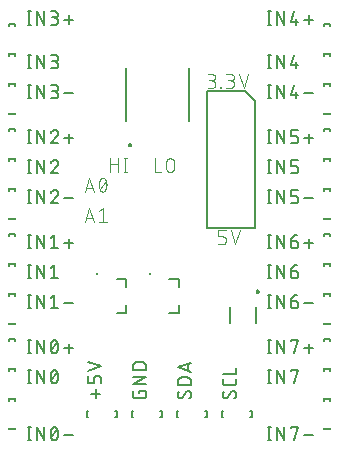
<source format=gto>
G04 EAGLE Gerber X2 export*
%TF.Part,Single*%
%TF.FileFunction,Legend,Top,1*%
%TF.FilePolarity,Positive*%
%TF.GenerationSoftware,Autodesk,EAGLE,8.7.0*%
%TF.CreationDate,2018-03-20T01:19:31Z*%
G75*
%MOMM*%
%FSLAX34Y34*%
%LPD*%
%AMOC8*
5,1,8,0,0,1.08239X$1,22.5*%
G01*
%ADD10C,0.101600*%
%ADD11C,0.127000*%
%ADD12C,0.200000*%
%ADD13C,0.152400*%
%ADD14C,0.200000*%


D10*
X199898Y169418D02*
X203793Y169418D01*
X203892Y169420D01*
X203992Y169426D01*
X204091Y169435D01*
X204189Y169448D01*
X204287Y169465D01*
X204385Y169486D01*
X204481Y169511D01*
X204576Y169539D01*
X204670Y169571D01*
X204763Y169606D01*
X204855Y169645D01*
X204945Y169688D01*
X205033Y169733D01*
X205120Y169783D01*
X205204Y169835D01*
X205287Y169891D01*
X205367Y169949D01*
X205445Y170011D01*
X205520Y170076D01*
X205593Y170144D01*
X205663Y170214D01*
X205731Y170287D01*
X205796Y170362D01*
X205858Y170440D01*
X205916Y170520D01*
X205972Y170603D01*
X206024Y170687D01*
X206074Y170774D01*
X206119Y170862D01*
X206162Y170952D01*
X206201Y171044D01*
X206236Y171137D01*
X206268Y171231D01*
X206296Y171326D01*
X206321Y171422D01*
X206342Y171520D01*
X206359Y171618D01*
X206372Y171716D01*
X206381Y171815D01*
X206387Y171915D01*
X206389Y172014D01*
X206389Y173313D01*
X206387Y173412D01*
X206381Y173512D01*
X206372Y173611D01*
X206359Y173709D01*
X206342Y173807D01*
X206321Y173905D01*
X206296Y174001D01*
X206268Y174096D01*
X206236Y174190D01*
X206201Y174283D01*
X206162Y174375D01*
X206119Y174465D01*
X206074Y174553D01*
X206024Y174640D01*
X205972Y174724D01*
X205916Y174807D01*
X205858Y174887D01*
X205796Y174965D01*
X205731Y175040D01*
X205663Y175113D01*
X205593Y175183D01*
X205520Y175251D01*
X205445Y175316D01*
X205367Y175378D01*
X205287Y175436D01*
X205204Y175492D01*
X205120Y175544D01*
X205033Y175594D01*
X204945Y175639D01*
X204855Y175682D01*
X204763Y175721D01*
X204670Y175756D01*
X204576Y175788D01*
X204481Y175816D01*
X204385Y175841D01*
X204287Y175862D01*
X204189Y175879D01*
X204091Y175892D01*
X203992Y175901D01*
X203892Y175907D01*
X203793Y175909D01*
X199898Y175909D01*
X199898Y181102D01*
X206389Y181102D01*
X210679Y181102D02*
X214574Y169418D01*
X218468Y181102D01*
X194254Y301498D02*
X191008Y301498D01*
X194254Y301498D02*
X194367Y301500D01*
X194480Y301506D01*
X194593Y301516D01*
X194706Y301530D01*
X194818Y301547D01*
X194929Y301569D01*
X195039Y301594D01*
X195149Y301624D01*
X195257Y301657D01*
X195364Y301694D01*
X195470Y301734D01*
X195574Y301779D01*
X195677Y301827D01*
X195778Y301878D01*
X195877Y301933D01*
X195974Y301991D01*
X196069Y302053D01*
X196162Y302118D01*
X196252Y302186D01*
X196340Y302257D01*
X196426Y302332D01*
X196509Y302409D01*
X196589Y302489D01*
X196666Y302572D01*
X196741Y302658D01*
X196812Y302746D01*
X196880Y302836D01*
X196945Y302929D01*
X197007Y303024D01*
X197065Y303121D01*
X197120Y303220D01*
X197171Y303321D01*
X197219Y303424D01*
X197264Y303528D01*
X197304Y303634D01*
X197341Y303741D01*
X197374Y303849D01*
X197404Y303959D01*
X197429Y304069D01*
X197451Y304180D01*
X197468Y304292D01*
X197482Y304405D01*
X197492Y304518D01*
X197498Y304631D01*
X197500Y304744D01*
X197498Y304857D01*
X197492Y304970D01*
X197482Y305083D01*
X197468Y305196D01*
X197451Y305308D01*
X197429Y305419D01*
X197404Y305529D01*
X197374Y305639D01*
X197341Y305747D01*
X197304Y305854D01*
X197264Y305960D01*
X197219Y306064D01*
X197171Y306167D01*
X197120Y306268D01*
X197065Y306367D01*
X197007Y306464D01*
X196945Y306559D01*
X196880Y306652D01*
X196812Y306742D01*
X196741Y306830D01*
X196666Y306916D01*
X196589Y306999D01*
X196509Y307079D01*
X196426Y307156D01*
X196340Y307231D01*
X196252Y307302D01*
X196162Y307370D01*
X196069Y307435D01*
X195974Y307497D01*
X195877Y307555D01*
X195778Y307610D01*
X195677Y307661D01*
X195574Y307709D01*
X195470Y307754D01*
X195364Y307794D01*
X195257Y307831D01*
X195149Y307864D01*
X195039Y307894D01*
X194929Y307919D01*
X194818Y307941D01*
X194706Y307958D01*
X194593Y307972D01*
X194480Y307982D01*
X194367Y307988D01*
X194254Y307990D01*
X194903Y313182D02*
X191008Y313182D01*
X194903Y313182D02*
X195004Y313180D01*
X195104Y313174D01*
X195204Y313164D01*
X195304Y313151D01*
X195403Y313133D01*
X195502Y313112D01*
X195599Y313087D01*
X195696Y313058D01*
X195791Y313025D01*
X195885Y312989D01*
X195977Y312949D01*
X196068Y312906D01*
X196157Y312859D01*
X196244Y312809D01*
X196330Y312755D01*
X196413Y312698D01*
X196493Y312638D01*
X196572Y312575D01*
X196648Y312508D01*
X196721Y312439D01*
X196791Y312367D01*
X196859Y312293D01*
X196924Y312216D01*
X196985Y312136D01*
X197044Y312054D01*
X197099Y311970D01*
X197151Y311884D01*
X197200Y311796D01*
X197245Y311706D01*
X197287Y311614D01*
X197325Y311521D01*
X197359Y311426D01*
X197390Y311331D01*
X197417Y311234D01*
X197440Y311136D01*
X197460Y311037D01*
X197475Y310937D01*
X197487Y310837D01*
X197495Y310737D01*
X197499Y310636D01*
X197499Y310536D01*
X197495Y310435D01*
X197487Y310335D01*
X197475Y310235D01*
X197460Y310135D01*
X197440Y310036D01*
X197417Y309938D01*
X197390Y309841D01*
X197359Y309746D01*
X197325Y309651D01*
X197287Y309558D01*
X197245Y309466D01*
X197200Y309376D01*
X197151Y309288D01*
X197099Y309202D01*
X197044Y309118D01*
X196985Y309036D01*
X196924Y308956D01*
X196859Y308879D01*
X196791Y308805D01*
X196721Y308733D01*
X196648Y308664D01*
X196572Y308597D01*
X196493Y308534D01*
X196413Y308474D01*
X196330Y308417D01*
X196244Y308363D01*
X196157Y308313D01*
X196068Y308266D01*
X195977Y308223D01*
X195885Y308183D01*
X195791Y308147D01*
X195696Y308114D01*
X195599Y308085D01*
X195502Y308060D01*
X195403Y308039D01*
X195304Y308021D01*
X195204Y308008D01*
X195104Y307998D01*
X195004Y307992D01*
X194903Y307990D01*
X194903Y307989D02*
X192306Y307989D01*
X201930Y302147D02*
X201930Y301498D01*
X201930Y302147D02*
X202579Y302147D01*
X202579Y301498D01*
X201930Y301498D01*
X207010Y301498D02*
X210255Y301498D01*
X210368Y301500D01*
X210481Y301506D01*
X210594Y301516D01*
X210707Y301530D01*
X210819Y301547D01*
X210930Y301569D01*
X211040Y301594D01*
X211150Y301624D01*
X211258Y301657D01*
X211365Y301694D01*
X211471Y301734D01*
X211575Y301779D01*
X211678Y301827D01*
X211779Y301878D01*
X211878Y301933D01*
X211975Y301991D01*
X212070Y302053D01*
X212163Y302118D01*
X212253Y302186D01*
X212341Y302257D01*
X212427Y302332D01*
X212510Y302409D01*
X212590Y302489D01*
X212667Y302572D01*
X212742Y302658D01*
X212813Y302746D01*
X212881Y302836D01*
X212946Y302929D01*
X213008Y303024D01*
X213066Y303121D01*
X213121Y303220D01*
X213172Y303321D01*
X213220Y303424D01*
X213265Y303528D01*
X213305Y303634D01*
X213342Y303741D01*
X213375Y303849D01*
X213405Y303959D01*
X213430Y304069D01*
X213452Y304180D01*
X213469Y304292D01*
X213483Y304405D01*
X213493Y304518D01*
X213499Y304631D01*
X213501Y304744D01*
X213499Y304857D01*
X213493Y304970D01*
X213483Y305083D01*
X213469Y305196D01*
X213452Y305308D01*
X213430Y305419D01*
X213405Y305529D01*
X213375Y305639D01*
X213342Y305747D01*
X213305Y305854D01*
X213265Y305960D01*
X213220Y306064D01*
X213172Y306167D01*
X213121Y306268D01*
X213066Y306367D01*
X213008Y306464D01*
X212946Y306559D01*
X212881Y306652D01*
X212813Y306742D01*
X212742Y306830D01*
X212667Y306916D01*
X212590Y306999D01*
X212510Y307079D01*
X212427Y307156D01*
X212341Y307231D01*
X212253Y307302D01*
X212163Y307370D01*
X212070Y307435D01*
X211975Y307497D01*
X211878Y307555D01*
X211779Y307610D01*
X211678Y307661D01*
X211575Y307709D01*
X211471Y307754D01*
X211365Y307794D01*
X211258Y307831D01*
X211150Y307864D01*
X211040Y307894D01*
X210930Y307919D01*
X210819Y307941D01*
X210707Y307958D01*
X210594Y307972D01*
X210481Y307982D01*
X210368Y307988D01*
X210255Y307990D01*
X210905Y313182D02*
X207010Y313182D01*
X210905Y313182D02*
X211006Y313180D01*
X211106Y313174D01*
X211206Y313164D01*
X211306Y313151D01*
X211405Y313133D01*
X211504Y313112D01*
X211601Y313087D01*
X211698Y313058D01*
X211793Y313025D01*
X211887Y312989D01*
X211979Y312949D01*
X212070Y312906D01*
X212159Y312859D01*
X212246Y312809D01*
X212332Y312755D01*
X212415Y312698D01*
X212495Y312638D01*
X212574Y312575D01*
X212650Y312508D01*
X212723Y312439D01*
X212793Y312367D01*
X212861Y312293D01*
X212926Y312216D01*
X212987Y312136D01*
X213046Y312054D01*
X213101Y311970D01*
X213153Y311884D01*
X213202Y311796D01*
X213247Y311706D01*
X213289Y311614D01*
X213327Y311521D01*
X213361Y311426D01*
X213392Y311331D01*
X213419Y311234D01*
X213442Y311136D01*
X213462Y311037D01*
X213477Y310937D01*
X213489Y310837D01*
X213497Y310737D01*
X213501Y310636D01*
X213501Y310536D01*
X213497Y310435D01*
X213489Y310335D01*
X213477Y310235D01*
X213462Y310135D01*
X213442Y310036D01*
X213419Y309938D01*
X213392Y309841D01*
X213361Y309746D01*
X213327Y309651D01*
X213289Y309558D01*
X213247Y309466D01*
X213202Y309376D01*
X213153Y309288D01*
X213101Y309202D01*
X213046Y309118D01*
X212987Y309036D01*
X212926Y308956D01*
X212861Y308879D01*
X212793Y308805D01*
X212723Y308733D01*
X212650Y308664D01*
X212574Y308597D01*
X212495Y308534D01*
X212415Y308474D01*
X212332Y308417D01*
X212246Y308363D01*
X212159Y308313D01*
X212070Y308266D01*
X211979Y308223D01*
X211887Y308183D01*
X211793Y308147D01*
X211698Y308114D01*
X211601Y308085D01*
X211504Y308060D01*
X211405Y308039D01*
X211306Y308021D01*
X211206Y308008D01*
X211106Y307998D01*
X211006Y307992D01*
X210905Y307990D01*
X210905Y307989D02*
X208308Y307989D01*
X217791Y313182D02*
X221685Y301498D01*
X225580Y313182D01*
X90763Y225552D02*
X86868Y213868D01*
X94657Y213868D02*
X90763Y225552D01*
X93684Y216789D02*
X87842Y216789D01*
X98948Y219710D02*
X98951Y219940D01*
X98959Y220170D01*
X98973Y220399D01*
X98992Y220628D01*
X99017Y220857D01*
X99047Y221084D01*
X99082Y221312D01*
X99123Y221538D01*
X99169Y221763D01*
X99221Y221987D01*
X99278Y222209D01*
X99340Y222431D01*
X99408Y222650D01*
X99481Y222868D01*
X99559Y223085D01*
X99642Y223299D01*
X99730Y223511D01*
X99823Y223721D01*
X99922Y223929D01*
X99921Y223929D02*
X99954Y224019D01*
X99990Y224108D01*
X100030Y224196D01*
X100074Y224281D01*
X100121Y224365D01*
X100171Y224447D01*
X100225Y224527D01*
X100281Y224604D01*
X100341Y224680D01*
X100404Y224753D01*
X100469Y224823D01*
X100538Y224891D01*
X100609Y224955D01*
X100682Y225017D01*
X100758Y225076D01*
X100836Y225132D01*
X100917Y225185D01*
X100999Y225234D01*
X101083Y225280D01*
X101170Y225323D01*
X101257Y225362D01*
X101347Y225398D01*
X101437Y225430D01*
X101529Y225458D01*
X101622Y225483D01*
X101716Y225504D01*
X101810Y225521D01*
X101905Y225535D01*
X102001Y225544D01*
X102097Y225550D01*
X102193Y225552D01*
X102289Y225550D01*
X102385Y225544D01*
X102481Y225535D01*
X102576Y225521D01*
X102670Y225504D01*
X102764Y225483D01*
X102857Y225458D01*
X102949Y225430D01*
X103039Y225398D01*
X103129Y225362D01*
X103216Y225323D01*
X103303Y225280D01*
X103387Y225234D01*
X103469Y225185D01*
X103550Y225132D01*
X103628Y225076D01*
X103704Y225017D01*
X103777Y224955D01*
X103848Y224891D01*
X103917Y224823D01*
X103982Y224753D01*
X104045Y224680D01*
X104105Y224604D01*
X104161Y224527D01*
X104215Y224447D01*
X104265Y224365D01*
X104312Y224281D01*
X104356Y224196D01*
X104396Y224108D01*
X104432Y224019D01*
X104465Y223929D01*
X104564Y223722D01*
X104657Y223512D01*
X104745Y223299D01*
X104828Y223085D01*
X104906Y222869D01*
X104979Y222651D01*
X105047Y222431D01*
X105109Y222210D01*
X105166Y221987D01*
X105218Y221763D01*
X105264Y221538D01*
X105305Y221312D01*
X105340Y221085D01*
X105370Y220857D01*
X105395Y220628D01*
X105414Y220399D01*
X105428Y220170D01*
X105436Y219940D01*
X105439Y219710D01*
X98947Y219710D02*
X98950Y219480D01*
X98958Y219250D01*
X98972Y219021D01*
X98991Y218792D01*
X99016Y218563D01*
X99046Y218335D01*
X99081Y218108D01*
X99122Y217882D01*
X99168Y217657D01*
X99220Y217433D01*
X99277Y217210D01*
X99339Y216989D01*
X99407Y216769D01*
X99480Y216551D01*
X99558Y216335D01*
X99641Y216121D01*
X99729Y215909D01*
X99822Y215698D01*
X99921Y215491D01*
X99954Y215401D01*
X99990Y215312D01*
X100031Y215224D01*
X100074Y215139D01*
X100121Y215055D01*
X100171Y214973D01*
X100225Y214893D01*
X100281Y214816D01*
X100341Y214740D01*
X100404Y214667D01*
X100469Y214597D01*
X100538Y214529D01*
X100609Y214465D01*
X100682Y214403D01*
X100758Y214344D01*
X100836Y214288D01*
X100917Y214235D01*
X100999Y214186D01*
X101083Y214140D01*
X101170Y214097D01*
X101257Y214058D01*
X101347Y214022D01*
X101437Y213990D01*
X101529Y213962D01*
X101622Y213937D01*
X101716Y213916D01*
X101810Y213899D01*
X101905Y213885D01*
X102001Y213876D01*
X102097Y213870D01*
X102193Y213868D01*
X104464Y215491D02*
X104563Y215698D01*
X104656Y215909D01*
X104744Y216121D01*
X104827Y216335D01*
X104905Y216551D01*
X104978Y216769D01*
X105046Y216989D01*
X105108Y217210D01*
X105165Y217433D01*
X105217Y217657D01*
X105263Y217882D01*
X105304Y218108D01*
X105339Y218335D01*
X105369Y218563D01*
X105394Y218792D01*
X105413Y219021D01*
X105427Y219250D01*
X105435Y219480D01*
X105438Y219710D01*
X104465Y215491D02*
X104432Y215401D01*
X104396Y215312D01*
X104356Y215224D01*
X104312Y215139D01*
X104265Y215055D01*
X104215Y214973D01*
X104161Y214893D01*
X104105Y214816D01*
X104045Y214740D01*
X103982Y214667D01*
X103917Y214597D01*
X103848Y214529D01*
X103777Y214465D01*
X103704Y214403D01*
X103628Y214344D01*
X103550Y214288D01*
X103469Y214235D01*
X103387Y214186D01*
X103303Y214140D01*
X103216Y214097D01*
X103129Y214058D01*
X103039Y214022D01*
X102949Y213990D01*
X102857Y213962D01*
X102764Y213937D01*
X102670Y213916D01*
X102576Y213899D01*
X102481Y213885D01*
X102385Y213876D01*
X102289Y213870D01*
X102193Y213868D01*
X99596Y216464D02*
X104789Y222956D01*
X90763Y200152D02*
X86868Y188468D01*
X94657Y188468D02*
X90763Y200152D01*
X93684Y191389D02*
X87842Y191389D01*
X98947Y197556D02*
X102193Y200152D01*
X102193Y188468D01*
X105438Y188468D02*
X98947Y188468D01*
X108458Y230378D02*
X108458Y242062D01*
X108458Y236869D02*
X114949Y236869D01*
X114949Y242062D02*
X114949Y230378D01*
X121229Y230378D02*
X121229Y242062D01*
X119930Y230378D02*
X122527Y230378D01*
X122527Y242062D02*
X119930Y242062D01*
X146558Y242062D02*
X146558Y230378D01*
X151751Y230378D01*
X156060Y233624D02*
X156060Y238816D01*
X156062Y238929D01*
X156068Y239042D01*
X156078Y239155D01*
X156092Y239268D01*
X156109Y239380D01*
X156131Y239491D01*
X156156Y239601D01*
X156186Y239711D01*
X156219Y239819D01*
X156256Y239926D01*
X156296Y240032D01*
X156341Y240136D01*
X156389Y240239D01*
X156440Y240340D01*
X156495Y240439D01*
X156553Y240536D01*
X156615Y240631D01*
X156680Y240724D01*
X156748Y240814D01*
X156819Y240902D01*
X156894Y240988D01*
X156971Y241071D01*
X157051Y241151D01*
X157134Y241228D01*
X157220Y241303D01*
X157308Y241374D01*
X157398Y241442D01*
X157491Y241507D01*
X157586Y241569D01*
X157683Y241627D01*
X157782Y241682D01*
X157883Y241733D01*
X157986Y241781D01*
X158090Y241826D01*
X158196Y241866D01*
X158303Y241903D01*
X158411Y241936D01*
X158521Y241966D01*
X158631Y241991D01*
X158742Y242013D01*
X158854Y242030D01*
X158967Y242044D01*
X159080Y242054D01*
X159193Y242060D01*
X159306Y242062D01*
X159419Y242060D01*
X159532Y242054D01*
X159645Y242044D01*
X159758Y242030D01*
X159870Y242013D01*
X159981Y241991D01*
X160091Y241966D01*
X160201Y241936D01*
X160309Y241903D01*
X160416Y241866D01*
X160522Y241826D01*
X160626Y241781D01*
X160729Y241733D01*
X160830Y241682D01*
X160929Y241627D01*
X161026Y241569D01*
X161121Y241507D01*
X161214Y241442D01*
X161304Y241374D01*
X161392Y241303D01*
X161478Y241228D01*
X161561Y241151D01*
X161641Y241071D01*
X161718Y240988D01*
X161793Y240902D01*
X161864Y240814D01*
X161932Y240724D01*
X161997Y240631D01*
X162059Y240536D01*
X162117Y240439D01*
X162172Y240340D01*
X162223Y240239D01*
X162271Y240136D01*
X162316Y240032D01*
X162356Y239926D01*
X162393Y239819D01*
X162426Y239711D01*
X162456Y239601D01*
X162481Y239491D01*
X162503Y239380D01*
X162520Y239268D01*
X162534Y239155D01*
X162544Y239042D01*
X162550Y238929D01*
X162552Y238816D01*
X162552Y233624D01*
X162550Y233511D01*
X162544Y233398D01*
X162534Y233285D01*
X162520Y233172D01*
X162503Y233060D01*
X162481Y232949D01*
X162456Y232839D01*
X162426Y232729D01*
X162393Y232621D01*
X162356Y232514D01*
X162316Y232408D01*
X162271Y232304D01*
X162223Y232201D01*
X162172Y232100D01*
X162117Y232001D01*
X162059Y231904D01*
X161997Y231809D01*
X161932Y231716D01*
X161864Y231626D01*
X161793Y231538D01*
X161718Y231452D01*
X161641Y231369D01*
X161561Y231289D01*
X161478Y231212D01*
X161392Y231137D01*
X161304Y231066D01*
X161214Y230998D01*
X161121Y230933D01*
X161026Y230871D01*
X160929Y230813D01*
X160830Y230758D01*
X160729Y230707D01*
X160626Y230659D01*
X160522Y230614D01*
X160416Y230574D01*
X160309Y230537D01*
X160201Y230504D01*
X160091Y230474D01*
X159981Y230449D01*
X159870Y230427D01*
X159758Y230410D01*
X159645Y230396D01*
X159532Y230386D01*
X159419Y230380D01*
X159306Y230378D01*
X159193Y230380D01*
X159080Y230386D01*
X158967Y230396D01*
X158854Y230410D01*
X158742Y230427D01*
X158631Y230449D01*
X158521Y230474D01*
X158411Y230504D01*
X158303Y230537D01*
X158196Y230574D01*
X158090Y230614D01*
X157986Y230659D01*
X157883Y230707D01*
X157782Y230758D01*
X157683Y230813D01*
X157586Y230871D01*
X157491Y230933D01*
X157398Y230998D01*
X157308Y231066D01*
X157220Y231137D01*
X157134Y231212D01*
X157051Y231289D01*
X156971Y231369D01*
X156894Y231452D01*
X156819Y231538D01*
X156748Y231626D01*
X156680Y231716D01*
X156615Y231809D01*
X156553Y231904D01*
X156495Y232001D01*
X156440Y232100D01*
X156389Y232201D01*
X156341Y232304D01*
X156296Y232408D01*
X156256Y232514D01*
X156219Y232621D01*
X156186Y232729D01*
X156156Y232839D01*
X156131Y232949D01*
X156109Y233060D01*
X156092Y233172D01*
X156078Y233285D01*
X156068Y233398D01*
X156062Y233511D01*
X156060Y233624D01*
D11*
X175190Y273410D02*
X175190Y318410D01*
X121990Y318410D02*
X121990Y273410D01*
D12*
X124190Y253110D02*
X124192Y253173D01*
X124198Y253235D01*
X124208Y253297D01*
X124221Y253359D01*
X124239Y253419D01*
X124260Y253478D01*
X124285Y253536D01*
X124314Y253592D01*
X124346Y253646D01*
X124381Y253698D01*
X124419Y253747D01*
X124461Y253795D01*
X124505Y253839D01*
X124553Y253881D01*
X124602Y253919D01*
X124654Y253954D01*
X124708Y253986D01*
X124764Y254015D01*
X124822Y254040D01*
X124881Y254061D01*
X124941Y254079D01*
X125003Y254092D01*
X125065Y254102D01*
X125127Y254108D01*
X125190Y254110D01*
X125253Y254108D01*
X125315Y254102D01*
X125377Y254092D01*
X125439Y254079D01*
X125499Y254061D01*
X125558Y254040D01*
X125616Y254015D01*
X125672Y253986D01*
X125726Y253954D01*
X125778Y253919D01*
X125827Y253881D01*
X125875Y253839D01*
X125919Y253795D01*
X125961Y253747D01*
X125999Y253698D01*
X126034Y253646D01*
X126066Y253592D01*
X126095Y253536D01*
X126120Y253478D01*
X126141Y253419D01*
X126159Y253359D01*
X126172Y253297D01*
X126182Y253235D01*
X126188Y253173D01*
X126190Y253110D01*
X126188Y253047D01*
X126182Y252985D01*
X126172Y252923D01*
X126159Y252861D01*
X126141Y252801D01*
X126120Y252742D01*
X126095Y252684D01*
X126066Y252628D01*
X126034Y252574D01*
X125999Y252522D01*
X125961Y252473D01*
X125919Y252425D01*
X125875Y252381D01*
X125827Y252339D01*
X125778Y252301D01*
X125726Y252266D01*
X125672Y252234D01*
X125616Y252205D01*
X125558Y252180D01*
X125499Y252159D01*
X125439Y252141D01*
X125377Y252128D01*
X125315Y252118D01*
X125253Y252112D01*
X125190Y252110D01*
X125127Y252112D01*
X125065Y252118D01*
X125003Y252128D01*
X124941Y252141D01*
X124881Y252159D01*
X124822Y252180D01*
X124764Y252205D01*
X124708Y252234D01*
X124654Y252266D01*
X124602Y252301D01*
X124553Y252339D01*
X124505Y252381D01*
X124461Y252425D01*
X124419Y252473D01*
X124381Y252522D01*
X124346Y252574D01*
X124314Y252628D01*
X124285Y252684D01*
X124260Y252742D01*
X124239Y252801D01*
X124221Y252861D01*
X124208Y252923D01*
X124198Y252985D01*
X124192Y253047D01*
X124190Y253110D01*
D13*
X27940Y38100D02*
X22860Y38100D01*
X22860Y63500D02*
X27940Y63500D01*
X22860Y63500D02*
X22860Y62230D01*
X27940Y62230D02*
X27940Y63500D01*
X27940Y39370D02*
X27940Y38100D01*
X22860Y38100D02*
X22860Y39370D01*
D11*
X40005Y51435D02*
X40005Y62865D01*
X38735Y51435D02*
X41275Y51435D01*
X41275Y62865D02*
X38735Y62865D01*
X46355Y62865D02*
X46355Y51435D01*
X52705Y51435D02*
X46355Y62865D01*
X52705Y62865D02*
X52705Y51435D01*
X58166Y57150D02*
X58169Y57375D01*
X58177Y57600D01*
X58190Y57824D01*
X58209Y58048D01*
X58233Y58272D01*
X58262Y58495D01*
X58297Y58717D01*
X58337Y58938D01*
X58383Y59158D01*
X58433Y59377D01*
X58489Y59595D01*
X58550Y59812D01*
X58616Y60027D01*
X58687Y60240D01*
X58764Y60451D01*
X58845Y60661D01*
X58931Y60869D01*
X59022Y61074D01*
X59118Y61277D01*
X59118Y61278D02*
X59150Y61366D01*
X59186Y61453D01*
X59225Y61539D01*
X59268Y61623D01*
X59314Y61705D01*
X59363Y61785D01*
X59415Y61863D01*
X59471Y61939D01*
X59529Y62013D01*
X59591Y62084D01*
X59655Y62153D01*
X59722Y62219D01*
X59791Y62282D01*
X59863Y62343D01*
X59937Y62401D01*
X60014Y62455D01*
X60092Y62507D01*
X60173Y62555D01*
X60255Y62600D01*
X60340Y62642D01*
X60426Y62680D01*
X60513Y62715D01*
X60601Y62747D01*
X60691Y62774D01*
X60782Y62799D01*
X60874Y62819D01*
X60966Y62836D01*
X61060Y62849D01*
X61153Y62858D01*
X61247Y62864D01*
X61341Y62866D01*
X61435Y62864D01*
X61529Y62858D01*
X61622Y62849D01*
X61716Y62836D01*
X61808Y62819D01*
X61900Y62799D01*
X61991Y62774D01*
X62081Y62747D01*
X62169Y62715D01*
X62256Y62680D01*
X62342Y62642D01*
X62427Y62600D01*
X62509Y62555D01*
X62590Y62507D01*
X62668Y62455D01*
X62745Y62401D01*
X62819Y62343D01*
X62891Y62282D01*
X62960Y62219D01*
X63027Y62153D01*
X63091Y62084D01*
X63153Y62013D01*
X63211Y61939D01*
X63267Y61863D01*
X63319Y61785D01*
X63368Y61705D01*
X63414Y61623D01*
X63457Y61539D01*
X63496Y61453D01*
X63532Y61366D01*
X63564Y61278D01*
X63564Y61277D02*
X63660Y61074D01*
X63751Y60869D01*
X63837Y60661D01*
X63918Y60451D01*
X63995Y60240D01*
X64066Y60027D01*
X64132Y59812D01*
X64193Y59595D01*
X64249Y59377D01*
X64299Y59158D01*
X64345Y58938D01*
X64385Y58717D01*
X64420Y58495D01*
X64449Y58272D01*
X64473Y58048D01*
X64492Y57824D01*
X64505Y57600D01*
X64513Y57375D01*
X64516Y57150D01*
X58166Y57150D02*
X58169Y56925D01*
X58177Y56700D01*
X58190Y56476D01*
X58209Y56252D01*
X58233Y56028D01*
X58262Y55805D01*
X58297Y55583D01*
X58337Y55362D01*
X58383Y55142D01*
X58433Y54923D01*
X58489Y54705D01*
X58550Y54488D01*
X58616Y54273D01*
X58687Y54060D01*
X58764Y53849D01*
X58845Y53639D01*
X58931Y53431D01*
X59022Y53226D01*
X59118Y53023D01*
X59150Y52935D01*
X59186Y52848D01*
X59225Y52762D01*
X59268Y52678D01*
X59314Y52596D01*
X59363Y52516D01*
X59415Y52438D01*
X59471Y52362D01*
X59529Y52288D01*
X59591Y52217D01*
X59655Y52148D01*
X59722Y52082D01*
X59791Y52019D01*
X59863Y51958D01*
X59937Y51900D01*
X60014Y51846D01*
X60092Y51794D01*
X60173Y51746D01*
X60255Y51701D01*
X60340Y51659D01*
X60426Y51621D01*
X60513Y51586D01*
X60601Y51554D01*
X60691Y51527D01*
X60782Y51502D01*
X60874Y51482D01*
X60966Y51465D01*
X61060Y51452D01*
X61153Y51443D01*
X61247Y51437D01*
X61341Y51435D01*
X63564Y53023D02*
X63660Y53226D01*
X63751Y53431D01*
X63837Y53639D01*
X63918Y53849D01*
X63995Y54060D01*
X64066Y54273D01*
X64132Y54488D01*
X64193Y54705D01*
X64249Y54923D01*
X64299Y55142D01*
X64345Y55362D01*
X64385Y55583D01*
X64420Y55805D01*
X64449Y56028D01*
X64473Y56252D01*
X64492Y56476D01*
X64505Y56700D01*
X64513Y56925D01*
X64516Y57150D01*
X63564Y53023D02*
X63532Y52935D01*
X63496Y52848D01*
X63457Y52762D01*
X63414Y52678D01*
X63368Y52596D01*
X63319Y52516D01*
X63267Y52438D01*
X63211Y52362D01*
X63153Y52288D01*
X63091Y52217D01*
X63027Y52148D01*
X62960Y52082D01*
X62891Y52019D01*
X62819Y51958D01*
X62745Y51900D01*
X62668Y51846D01*
X62590Y51794D01*
X62509Y51746D01*
X62427Y51701D01*
X62342Y51659D01*
X62256Y51621D01*
X62169Y51586D01*
X62081Y51554D01*
X61991Y51527D01*
X61900Y51502D01*
X61808Y51482D01*
X61716Y51465D01*
X61622Y51452D01*
X61529Y51443D01*
X61435Y51437D01*
X61341Y51435D01*
X58801Y53975D02*
X63881Y60325D01*
D13*
X27940Y127000D02*
X22860Y127000D01*
X22860Y152400D02*
X27940Y152400D01*
X22860Y152400D02*
X22860Y151130D01*
X27940Y151130D02*
X27940Y152400D01*
X27940Y128270D02*
X27940Y127000D01*
X22860Y127000D02*
X22860Y128270D01*
D11*
X40005Y140335D02*
X40005Y151765D01*
X38735Y140335D02*
X41275Y140335D01*
X41275Y151765D02*
X38735Y151765D01*
X46355Y151765D02*
X46355Y140335D01*
X52705Y140335D02*
X46355Y151765D01*
X52705Y151765D02*
X52705Y140335D01*
X58166Y149225D02*
X61341Y151765D01*
X61341Y140335D01*
X58166Y140335D02*
X64516Y140335D01*
D13*
X27940Y215900D02*
X22860Y215900D01*
X22860Y241300D02*
X27940Y241300D01*
X22860Y241300D02*
X22860Y240030D01*
X27940Y240030D02*
X27940Y241300D01*
X27940Y217170D02*
X27940Y215900D01*
X22860Y215900D02*
X22860Y217170D01*
D11*
X40005Y229235D02*
X40005Y240665D01*
X38735Y229235D02*
X41275Y229235D01*
X41275Y240665D02*
X38735Y240665D01*
X46355Y240665D02*
X46355Y229235D01*
X52705Y229235D02*
X46355Y240665D01*
X52705Y240665D02*
X52705Y229235D01*
X61659Y240666D02*
X61763Y240664D01*
X61868Y240658D01*
X61972Y240649D01*
X62075Y240636D01*
X62178Y240618D01*
X62280Y240598D01*
X62382Y240573D01*
X62482Y240545D01*
X62582Y240513D01*
X62680Y240477D01*
X62777Y240438D01*
X62872Y240396D01*
X62966Y240350D01*
X63058Y240300D01*
X63148Y240248D01*
X63236Y240192D01*
X63322Y240132D01*
X63406Y240070D01*
X63487Y240005D01*
X63566Y239937D01*
X63643Y239865D01*
X63716Y239792D01*
X63788Y239715D01*
X63856Y239636D01*
X63921Y239555D01*
X63983Y239471D01*
X64043Y239385D01*
X64099Y239297D01*
X64151Y239207D01*
X64201Y239115D01*
X64247Y239021D01*
X64289Y238926D01*
X64328Y238829D01*
X64364Y238731D01*
X64396Y238631D01*
X64424Y238531D01*
X64449Y238429D01*
X64469Y238327D01*
X64487Y238224D01*
X64500Y238121D01*
X64509Y238017D01*
X64515Y237912D01*
X64517Y237808D01*
X61659Y240665D02*
X61541Y240663D01*
X61422Y240657D01*
X61304Y240648D01*
X61187Y240635D01*
X61070Y240617D01*
X60953Y240597D01*
X60837Y240572D01*
X60722Y240544D01*
X60609Y240511D01*
X60496Y240476D01*
X60384Y240436D01*
X60274Y240394D01*
X60165Y240347D01*
X60057Y240297D01*
X59952Y240244D01*
X59848Y240187D01*
X59746Y240127D01*
X59646Y240064D01*
X59548Y239997D01*
X59452Y239928D01*
X59359Y239855D01*
X59268Y239779D01*
X59179Y239701D01*
X59093Y239619D01*
X59010Y239535D01*
X58929Y239449D01*
X58852Y239359D01*
X58777Y239268D01*
X58705Y239174D01*
X58636Y239077D01*
X58571Y238979D01*
X58508Y238878D01*
X58449Y238775D01*
X58393Y238671D01*
X58341Y238565D01*
X58292Y238457D01*
X58247Y238348D01*
X58205Y238237D01*
X58167Y238125D01*
X63564Y235586D02*
X63640Y235661D01*
X63715Y235740D01*
X63786Y235821D01*
X63855Y235905D01*
X63920Y235991D01*
X63982Y236079D01*
X64042Y236169D01*
X64098Y236261D01*
X64151Y236356D01*
X64200Y236452D01*
X64246Y236550D01*
X64289Y236649D01*
X64328Y236750D01*
X64363Y236852D01*
X64395Y236955D01*
X64423Y237059D01*
X64448Y237164D01*
X64469Y237271D01*
X64486Y237377D01*
X64499Y237484D01*
X64508Y237592D01*
X64514Y237700D01*
X64516Y237808D01*
X63564Y235585D02*
X58166Y229235D01*
X64516Y229235D01*
D13*
X27940Y304800D02*
X22860Y304800D01*
X22860Y330200D02*
X27940Y330200D01*
X22860Y330200D02*
X22860Y328930D01*
X27940Y328930D02*
X27940Y330200D01*
X27940Y306070D02*
X27940Y304800D01*
X22860Y304800D02*
X22860Y306070D01*
D11*
X40005Y318135D02*
X40005Y329565D01*
X38735Y318135D02*
X41275Y318135D01*
X41275Y329565D02*
X38735Y329565D01*
X46355Y329565D02*
X46355Y318135D01*
X52705Y318135D02*
X46355Y329565D01*
X52705Y329565D02*
X52705Y318135D01*
X58166Y318135D02*
X61341Y318135D01*
X61452Y318137D01*
X61562Y318143D01*
X61673Y318152D01*
X61783Y318166D01*
X61892Y318183D01*
X62001Y318204D01*
X62109Y318229D01*
X62216Y318258D01*
X62322Y318290D01*
X62427Y318326D01*
X62530Y318366D01*
X62632Y318409D01*
X62733Y318456D01*
X62832Y318507D01*
X62928Y318560D01*
X63023Y318617D01*
X63116Y318678D01*
X63207Y318741D01*
X63296Y318808D01*
X63382Y318878D01*
X63465Y318951D01*
X63547Y319026D01*
X63625Y319104D01*
X63700Y319186D01*
X63773Y319269D01*
X63843Y319355D01*
X63910Y319444D01*
X63973Y319535D01*
X64034Y319628D01*
X64091Y319722D01*
X64144Y319819D01*
X64195Y319918D01*
X64242Y320019D01*
X64285Y320121D01*
X64325Y320224D01*
X64361Y320329D01*
X64393Y320435D01*
X64422Y320542D01*
X64447Y320650D01*
X64468Y320759D01*
X64485Y320868D01*
X64499Y320978D01*
X64508Y321089D01*
X64514Y321199D01*
X64516Y321310D01*
X64514Y321421D01*
X64508Y321531D01*
X64499Y321642D01*
X64485Y321752D01*
X64468Y321861D01*
X64447Y321970D01*
X64422Y322078D01*
X64393Y322185D01*
X64361Y322291D01*
X64325Y322396D01*
X64285Y322499D01*
X64242Y322601D01*
X64195Y322702D01*
X64144Y322801D01*
X64091Y322897D01*
X64034Y322992D01*
X63973Y323085D01*
X63910Y323176D01*
X63843Y323265D01*
X63773Y323351D01*
X63700Y323434D01*
X63625Y323516D01*
X63547Y323594D01*
X63465Y323669D01*
X63382Y323742D01*
X63296Y323812D01*
X63207Y323879D01*
X63116Y323942D01*
X63023Y324003D01*
X62929Y324060D01*
X62832Y324113D01*
X62733Y324164D01*
X62632Y324211D01*
X62530Y324254D01*
X62427Y324294D01*
X62322Y324330D01*
X62216Y324362D01*
X62109Y324391D01*
X62001Y324416D01*
X61892Y324437D01*
X61783Y324454D01*
X61673Y324468D01*
X61562Y324477D01*
X61452Y324483D01*
X61341Y324485D01*
X61976Y329565D02*
X58166Y329565D01*
X61976Y329565D02*
X62076Y329563D01*
X62175Y329557D01*
X62275Y329547D01*
X62373Y329534D01*
X62472Y329516D01*
X62569Y329495D01*
X62665Y329470D01*
X62761Y329441D01*
X62855Y329408D01*
X62948Y329372D01*
X63039Y329332D01*
X63129Y329288D01*
X63217Y329241D01*
X63303Y329191D01*
X63387Y329137D01*
X63469Y329080D01*
X63548Y329020D01*
X63626Y328956D01*
X63700Y328890D01*
X63772Y328821D01*
X63841Y328749D01*
X63907Y328675D01*
X63971Y328597D01*
X64031Y328518D01*
X64088Y328436D01*
X64142Y328352D01*
X64192Y328266D01*
X64239Y328178D01*
X64283Y328088D01*
X64323Y327997D01*
X64359Y327904D01*
X64392Y327810D01*
X64421Y327714D01*
X64446Y327618D01*
X64467Y327521D01*
X64485Y327422D01*
X64498Y327324D01*
X64508Y327224D01*
X64514Y327125D01*
X64516Y327025D01*
X64514Y326925D01*
X64508Y326826D01*
X64498Y326726D01*
X64485Y326628D01*
X64467Y326529D01*
X64446Y326432D01*
X64421Y326336D01*
X64392Y326240D01*
X64359Y326146D01*
X64323Y326053D01*
X64283Y325962D01*
X64239Y325872D01*
X64192Y325784D01*
X64142Y325698D01*
X64088Y325614D01*
X64031Y325532D01*
X63971Y325453D01*
X63907Y325375D01*
X63841Y325301D01*
X63772Y325229D01*
X63700Y325160D01*
X63626Y325094D01*
X63548Y325030D01*
X63469Y324970D01*
X63387Y324913D01*
X63303Y324859D01*
X63217Y324809D01*
X63129Y324762D01*
X63039Y324718D01*
X62948Y324678D01*
X62855Y324642D01*
X62761Y324609D01*
X62665Y324580D01*
X62569Y324555D01*
X62472Y324534D01*
X62373Y324516D01*
X62275Y324503D01*
X62175Y324493D01*
X62076Y324487D01*
X61976Y324485D01*
X59436Y324485D01*
D13*
X289560Y330200D02*
X294640Y330200D01*
X294640Y304800D02*
X289560Y304800D01*
X294640Y304800D02*
X294640Y306070D01*
X289560Y306070D02*
X289560Y304800D01*
X289560Y328930D02*
X289560Y330200D01*
X294640Y330200D02*
X294640Y328930D01*
D11*
X243205Y329565D02*
X243205Y318135D01*
X241935Y318135D02*
X244475Y318135D01*
X244475Y329565D02*
X241935Y329565D01*
X249555Y329565D02*
X249555Y318135D01*
X255905Y318135D02*
X249555Y329565D01*
X255905Y329565D02*
X255905Y318135D01*
X261366Y320675D02*
X263906Y329565D01*
X261366Y320675D02*
X267716Y320675D01*
X265811Y323215D02*
X265811Y318135D01*
D13*
X289560Y241300D02*
X294640Y241300D01*
X294640Y215900D02*
X289560Y215900D01*
X294640Y215900D02*
X294640Y217170D01*
X289560Y217170D02*
X289560Y215900D01*
X289560Y240030D02*
X289560Y241300D01*
X294640Y241300D02*
X294640Y240030D01*
D11*
X243205Y240665D02*
X243205Y229235D01*
X241935Y229235D02*
X244475Y229235D01*
X244475Y240665D02*
X241935Y240665D01*
X249555Y240665D02*
X249555Y229235D01*
X255905Y229235D02*
X249555Y240665D01*
X255905Y240665D02*
X255905Y229235D01*
X261366Y229235D02*
X265176Y229235D01*
X265276Y229237D01*
X265375Y229243D01*
X265475Y229253D01*
X265573Y229266D01*
X265672Y229284D01*
X265769Y229305D01*
X265865Y229330D01*
X265961Y229359D01*
X266055Y229392D01*
X266148Y229428D01*
X266239Y229468D01*
X266329Y229512D01*
X266417Y229559D01*
X266503Y229609D01*
X266587Y229663D01*
X266669Y229720D01*
X266748Y229780D01*
X266826Y229844D01*
X266900Y229910D01*
X266972Y229979D01*
X267041Y230051D01*
X267107Y230125D01*
X267171Y230203D01*
X267231Y230282D01*
X267288Y230364D01*
X267342Y230448D01*
X267392Y230534D01*
X267439Y230622D01*
X267483Y230712D01*
X267523Y230803D01*
X267559Y230896D01*
X267592Y230990D01*
X267621Y231086D01*
X267646Y231182D01*
X267667Y231279D01*
X267685Y231378D01*
X267698Y231476D01*
X267708Y231576D01*
X267714Y231675D01*
X267716Y231775D01*
X267716Y233045D01*
X267714Y233145D01*
X267708Y233244D01*
X267698Y233344D01*
X267685Y233442D01*
X267667Y233541D01*
X267646Y233638D01*
X267621Y233734D01*
X267592Y233830D01*
X267559Y233924D01*
X267523Y234017D01*
X267483Y234108D01*
X267439Y234198D01*
X267392Y234286D01*
X267342Y234372D01*
X267288Y234456D01*
X267231Y234538D01*
X267171Y234617D01*
X267107Y234695D01*
X267041Y234769D01*
X266972Y234841D01*
X266900Y234910D01*
X266826Y234976D01*
X266748Y235040D01*
X266669Y235100D01*
X266587Y235157D01*
X266503Y235211D01*
X266417Y235261D01*
X266329Y235308D01*
X266239Y235352D01*
X266148Y235392D01*
X266055Y235428D01*
X265961Y235461D01*
X265865Y235490D01*
X265769Y235515D01*
X265672Y235536D01*
X265573Y235554D01*
X265475Y235567D01*
X265375Y235577D01*
X265276Y235583D01*
X265176Y235585D01*
X261366Y235585D01*
X261366Y240665D01*
X267716Y240665D01*
D13*
X289560Y152400D02*
X294640Y152400D01*
X294640Y127000D02*
X289560Y127000D01*
X294640Y127000D02*
X294640Y128270D01*
X289560Y128270D02*
X289560Y127000D01*
X289560Y151130D02*
X289560Y152400D01*
X294640Y152400D02*
X294640Y151130D01*
D11*
X243205Y151765D02*
X243205Y140335D01*
X241935Y140335D02*
X244475Y140335D01*
X244475Y151765D02*
X241935Y151765D01*
X249555Y151765D02*
X249555Y140335D01*
X255905Y140335D02*
X249555Y151765D01*
X255905Y151765D02*
X255905Y140335D01*
X261366Y146685D02*
X265176Y146685D01*
X265276Y146683D01*
X265375Y146677D01*
X265475Y146667D01*
X265573Y146654D01*
X265672Y146636D01*
X265769Y146615D01*
X265865Y146590D01*
X265961Y146561D01*
X266055Y146528D01*
X266148Y146492D01*
X266239Y146452D01*
X266329Y146408D01*
X266417Y146361D01*
X266503Y146311D01*
X266587Y146257D01*
X266669Y146200D01*
X266748Y146140D01*
X266826Y146076D01*
X266900Y146010D01*
X266972Y145941D01*
X267041Y145869D01*
X267107Y145795D01*
X267171Y145717D01*
X267231Y145638D01*
X267288Y145556D01*
X267342Y145472D01*
X267392Y145386D01*
X267439Y145298D01*
X267483Y145208D01*
X267523Y145117D01*
X267559Y145024D01*
X267592Y144930D01*
X267621Y144834D01*
X267646Y144738D01*
X267667Y144641D01*
X267685Y144542D01*
X267698Y144444D01*
X267708Y144344D01*
X267714Y144245D01*
X267716Y144145D01*
X267716Y143510D01*
X267714Y143399D01*
X267708Y143289D01*
X267699Y143178D01*
X267685Y143068D01*
X267668Y142959D01*
X267647Y142850D01*
X267622Y142742D01*
X267593Y142635D01*
X267561Y142529D01*
X267525Y142424D01*
X267485Y142321D01*
X267442Y142219D01*
X267395Y142118D01*
X267344Y142019D01*
X267291Y141922D01*
X267234Y141828D01*
X267173Y141735D01*
X267110Y141644D01*
X267043Y141555D01*
X266973Y141469D01*
X266900Y141386D01*
X266825Y141304D01*
X266747Y141226D01*
X266665Y141151D01*
X266582Y141078D01*
X266496Y141008D01*
X266407Y140941D01*
X266316Y140878D01*
X266223Y140817D01*
X266128Y140760D01*
X266032Y140707D01*
X265933Y140656D01*
X265832Y140609D01*
X265730Y140566D01*
X265627Y140526D01*
X265522Y140490D01*
X265416Y140458D01*
X265309Y140429D01*
X265201Y140404D01*
X265092Y140383D01*
X264983Y140366D01*
X264873Y140352D01*
X264762Y140343D01*
X264652Y140337D01*
X264541Y140335D01*
X264430Y140337D01*
X264320Y140343D01*
X264209Y140352D01*
X264099Y140366D01*
X263990Y140383D01*
X263881Y140404D01*
X263773Y140429D01*
X263666Y140458D01*
X263560Y140490D01*
X263455Y140526D01*
X263352Y140566D01*
X263250Y140609D01*
X263149Y140656D01*
X263050Y140707D01*
X262954Y140760D01*
X262859Y140817D01*
X262766Y140878D01*
X262675Y140941D01*
X262586Y141008D01*
X262500Y141078D01*
X262417Y141151D01*
X262335Y141226D01*
X262257Y141304D01*
X262182Y141386D01*
X262109Y141469D01*
X262039Y141555D01*
X261972Y141644D01*
X261909Y141735D01*
X261848Y141828D01*
X261791Y141923D01*
X261738Y142019D01*
X261687Y142118D01*
X261640Y142219D01*
X261597Y142321D01*
X261557Y142424D01*
X261521Y142529D01*
X261489Y142635D01*
X261460Y142742D01*
X261435Y142850D01*
X261414Y142959D01*
X261397Y143068D01*
X261383Y143178D01*
X261374Y143289D01*
X261368Y143399D01*
X261366Y143510D01*
X261366Y146685D01*
X261368Y146825D01*
X261374Y146965D01*
X261383Y147105D01*
X261397Y147244D01*
X261414Y147383D01*
X261435Y147521D01*
X261460Y147659D01*
X261489Y147796D01*
X261521Y147932D01*
X261558Y148067D01*
X261598Y148201D01*
X261641Y148334D01*
X261689Y148466D01*
X261739Y148597D01*
X261794Y148726D01*
X261852Y148853D01*
X261913Y148979D01*
X261978Y149103D01*
X262047Y149225D01*
X262118Y149345D01*
X262193Y149463D01*
X262271Y149580D01*
X262353Y149694D01*
X262437Y149805D01*
X262525Y149914D01*
X262615Y150021D01*
X262709Y150126D01*
X262805Y150227D01*
X262904Y150326D01*
X263005Y150422D01*
X263110Y150516D01*
X263217Y150606D01*
X263326Y150694D01*
X263437Y150778D01*
X263551Y150860D01*
X263668Y150938D01*
X263786Y151013D01*
X263906Y151084D01*
X264028Y151153D01*
X264152Y151218D01*
X264278Y151279D01*
X264405Y151337D01*
X264534Y151392D01*
X264665Y151442D01*
X264797Y151490D01*
X264930Y151533D01*
X265064Y151573D01*
X265199Y151610D01*
X265335Y151642D01*
X265472Y151671D01*
X265610Y151696D01*
X265748Y151717D01*
X265887Y151734D01*
X266026Y151748D01*
X266166Y151757D01*
X266306Y151763D01*
X266446Y151765D01*
D13*
X289560Y63500D02*
X294640Y63500D01*
X294640Y38100D02*
X289560Y38100D01*
X294640Y38100D02*
X294640Y39370D01*
X289560Y39370D02*
X289560Y38100D01*
X289560Y62230D02*
X289560Y63500D01*
X294640Y63500D02*
X294640Y62230D01*
D11*
X243205Y62865D02*
X243205Y51435D01*
X241935Y51435D02*
X244475Y51435D01*
X244475Y62865D02*
X241935Y62865D01*
X249555Y62865D02*
X249555Y51435D01*
X255905Y51435D02*
X249555Y62865D01*
X255905Y62865D02*
X255905Y51435D01*
X261366Y61595D02*
X261366Y62865D01*
X267716Y62865D01*
X264541Y51435D01*
D13*
X27940Y63500D02*
X22860Y63500D01*
X22860Y88900D02*
X27940Y88900D01*
X22860Y88900D02*
X22860Y87630D01*
X27940Y87630D02*
X27940Y88900D01*
X27940Y64770D02*
X27940Y63500D01*
X22860Y63500D02*
X22860Y64770D01*
D11*
X40005Y76835D02*
X40005Y88265D01*
X38735Y76835D02*
X41275Y76835D01*
X41275Y88265D02*
X38735Y88265D01*
X46355Y88265D02*
X46355Y76835D01*
X52705Y76835D02*
X46355Y88265D01*
X52705Y88265D02*
X52705Y76835D01*
X58166Y82550D02*
X58169Y82775D01*
X58177Y83000D01*
X58190Y83224D01*
X58209Y83448D01*
X58233Y83672D01*
X58262Y83895D01*
X58297Y84117D01*
X58337Y84338D01*
X58383Y84558D01*
X58433Y84777D01*
X58489Y84995D01*
X58550Y85212D01*
X58616Y85427D01*
X58687Y85640D01*
X58764Y85851D01*
X58845Y86061D01*
X58931Y86269D01*
X59022Y86474D01*
X59118Y86677D01*
X59118Y86678D02*
X59150Y86766D01*
X59186Y86853D01*
X59225Y86939D01*
X59268Y87023D01*
X59314Y87105D01*
X59363Y87185D01*
X59415Y87263D01*
X59471Y87339D01*
X59529Y87413D01*
X59591Y87484D01*
X59655Y87553D01*
X59722Y87619D01*
X59791Y87682D01*
X59863Y87743D01*
X59937Y87801D01*
X60014Y87855D01*
X60092Y87907D01*
X60173Y87955D01*
X60255Y88000D01*
X60340Y88042D01*
X60426Y88080D01*
X60513Y88115D01*
X60601Y88147D01*
X60691Y88174D01*
X60782Y88199D01*
X60874Y88219D01*
X60966Y88236D01*
X61060Y88249D01*
X61153Y88258D01*
X61247Y88264D01*
X61341Y88266D01*
X61435Y88264D01*
X61529Y88258D01*
X61622Y88249D01*
X61716Y88236D01*
X61808Y88219D01*
X61900Y88199D01*
X61991Y88174D01*
X62081Y88147D01*
X62169Y88115D01*
X62256Y88080D01*
X62342Y88042D01*
X62427Y88000D01*
X62509Y87955D01*
X62590Y87907D01*
X62668Y87855D01*
X62745Y87801D01*
X62819Y87743D01*
X62891Y87682D01*
X62960Y87619D01*
X63027Y87553D01*
X63091Y87484D01*
X63153Y87413D01*
X63211Y87339D01*
X63267Y87263D01*
X63319Y87185D01*
X63368Y87105D01*
X63414Y87023D01*
X63457Y86939D01*
X63496Y86853D01*
X63532Y86766D01*
X63564Y86678D01*
X63564Y86677D02*
X63660Y86474D01*
X63751Y86269D01*
X63837Y86061D01*
X63918Y85851D01*
X63995Y85640D01*
X64066Y85427D01*
X64132Y85212D01*
X64193Y84995D01*
X64249Y84777D01*
X64299Y84558D01*
X64345Y84338D01*
X64385Y84117D01*
X64420Y83895D01*
X64449Y83672D01*
X64473Y83448D01*
X64492Y83224D01*
X64505Y83000D01*
X64513Y82775D01*
X64516Y82550D01*
X58166Y82550D02*
X58169Y82325D01*
X58177Y82100D01*
X58190Y81876D01*
X58209Y81652D01*
X58233Y81428D01*
X58262Y81205D01*
X58297Y80983D01*
X58337Y80762D01*
X58383Y80542D01*
X58433Y80323D01*
X58489Y80105D01*
X58550Y79888D01*
X58616Y79673D01*
X58687Y79460D01*
X58764Y79249D01*
X58845Y79039D01*
X58931Y78831D01*
X59022Y78626D01*
X59118Y78423D01*
X59150Y78335D01*
X59186Y78248D01*
X59225Y78162D01*
X59268Y78078D01*
X59314Y77996D01*
X59363Y77916D01*
X59415Y77838D01*
X59471Y77762D01*
X59529Y77688D01*
X59591Y77617D01*
X59655Y77548D01*
X59722Y77482D01*
X59791Y77419D01*
X59863Y77358D01*
X59937Y77300D01*
X60014Y77246D01*
X60092Y77194D01*
X60173Y77146D01*
X60255Y77101D01*
X60340Y77059D01*
X60426Y77021D01*
X60513Y76986D01*
X60601Y76954D01*
X60691Y76927D01*
X60782Y76902D01*
X60874Y76882D01*
X60966Y76865D01*
X61060Y76852D01*
X61153Y76843D01*
X61247Y76837D01*
X61341Y76835D01*
X63564Y78423D02*
X63660Y78626D01*
X63751Y78831D01*
X63837Y79039D01*
X63918Y79249D01*
X63995Y79460D01*
X64066Y79673D01*
X64132Y79888D01*
X64193Y80105D01*
X64249Y80323D01*
X64299Y80542D01*
X64345Y80762D01*
X64385Y80983D01*
X64420Y81205D01*
X64449Y81428D01*
X64473Y81652D01*
X64492Y81876D01*
X64505Y82100D01*
X64513Y82325D01*
X64516Y82550D01*
X63564Y78423D02*
X63532Y78335D01*
X63496Y78248D01*
X63457Y78162D01*
X63414Y78078D01*
X63368Y77996D01*
X63319Y77916D01*
X63267Y77838D01*
X63211Y77762D01*
X63153Y77688D01*
X63091Y77617D01*
X63027Y77548D01*
X62960Y77482D01*
X62891Y77419D01*
X62819Y77358D01*
X62745Y77300D01*
X62668Y77246D01*
X62590Y77194D01*
X62509Y77146D01*
X62427Y77101D01*
X62342Y77059D01*
X62256Y77021D01*
X62169Y76986D01*
X62081Y76954D01*
X61991Y76927D01*
X61900Y76902D01*
X61808Y76882D01*
X61716Y76865D01*
X61622Y76852D01*
X61529Y76843D01*
X61435Y76837D01*
X61341Y76835D01*
X58801Y79375D02*
X63881Y85725D01*
X69723Y81280D02*
X77343Y81280D01*
X73533Y77470D02*
X73533Y85090D01*
D13*
X27940Y152400D02*
X22860Y152400D01*
X22860Y177800D02*
X27940Y177800D01*
X22860Y177800D02*
X22860Y176530D01*
X27940Y176530D02*
X27940Y177800D01*
X27940Y153670D02*
X27940Y152400D01*
X22860Y152400D02*
X22860Y153670D01*
D11*
X40005Y165735D02*
X40005Y177165D01*
X38735Y165735D02*
X41275Y165735D01*
X41275Y177165D02*
X38735Y177165D01*
X46355Y177165D02*
X46355Y165735D01*
X52705Y165735D02*
X46355Y177165D01*
X52705Y177165D02*
X52705Y165735D01*
X58166Y174625D02*
X61341Y177165D01*
X61341Y165735D01*
X58166Y165735D02*
X64516Y165735D01*
X69723Y170180D02*
X77343Y170180D01*
X73533Y166370D02*
X73533Y173990D01*
D13*
X27940Y241300D02*
X22860Y241300D01*
X22860Y266700D02*
X27940Y266700D01*
X22860Y266700D02*
X22860Y265430D01*
X27940Y265430D02*
X27940Y266700D01*
X27940Y242570D02*
X27940Y241300D01*
X22860Y241300D02*
X22860Y242570D01*
D11*
X40005Y254635D02*
X40005Y266065D01*
X38735Y254635D02*
X41275Y254635D01*
X41275Y266065D02*
X38735Y266065D01*
X46355Y266065D02*
X46355Y254635D01*
X52705Y254635D02*
X46355Y266065D01*
X52705Y266065D02*
X52705Y254635D01*
X61659Y266066D02*
X61763Y266064D01*
X61868Y266058D01*
X61972Y266049D01*
X62075Y266036D01*
X62178Y266018D01*
X62280Y265998D01*
X62382Y265973D01*
X62482Y265945D01*
X62582Y265913D01*
X62680Y265877D01*
X62777Y265838D01*
X62872Y265796D01*
X62966Y265750D01*
X63058Y265700D01*
X63148Y265648D01*
X63236Y265592D01*
X63322Y265532D01*
X63406Y265470D01*
X63487Y265405D01*
X63566Y265337D01*
X63643Y265265D01*
X63716Y265192D01*
X63788Y265115D01*
X63856Y265036D01*
X63921Y264955D01*
X63983Y264871D01*
X64043Y264785D01*
X64099Y264697D01*
X64151Y264607D01*
X64201Y264515D01*
X64247Y264421D01*
X64289Y264326D01*
X64328Y264229D01*
X64364Y264131D01*
X64396Y264031D01*
X64424Y263931D01*
X64449Y263829D01*
X64469Y263727D01*
X64487Y263624D01*
X64500Y263521D01*
X64509Y263417D01*
X64515Y263312D01*
X64517Y263208D01*
X61659Y266065D02*
X61541Y266063D01*
X61422Y266057D01*
X61304Y266048D01*
X61187Y266035D01*
X61070Y266017D01*
X60953Y265997D01*
X60837Y265972D01*
X60722Y265944D01*
X60609Y265911D01*
X60496Y265876D01*
X60384Y265836D01*
X60274Y265794D01*
X60165Y265747D01*
X60057Y265697D01*
X59952Y265644D01*
X59848Y265587D01*
X59746Y265527D01*
X59646Y265464D01*
X59548Y265397D01*
X59452Y265328D01*
X59359Y265255D01*
X59268Y265179D01*
X59179Y265101D01*
X59093Y265019D01*
X59010Y264935D01*
X58929Y264849D01*
X58852Y264759D01*
X58777Y264668D01*
X58705Y264574D01*
X58636Y264477D01*
X58571Y264379D01*
X58508Y264278D01*
X58449Y264175D01*
X58393Y264071D01*
X58341Y263965D01*
X58292Y263857D01*
X58247Y263748D01*
X58205Y263637D01*
X58167Y263525D01*
X63564Y260986D02*
X63640Y261061D01*
X63715Y261140D01*
X63786Y261221D01*
X63855Y261305D01*
X63920Y261391D01*
X63982Y261479D01*
X64042Y261569D01*
X64098Y261661D01*
X64151Y261756D01*
X64200Y261852D01*
X64246Y261950D01*
X64289Y262049D01*
X64328Y262150D01*
X64363Y262252D01*
X64395Y262355D01*
X64423Y262459D01*
X64448Y262564D01*
X64469Y262671D01*
X64486Y262777D01*
X64499Y262884D01*
X64508Y262992D01*
X64514Y263100D01*
X64516Y263208D01*
X63564Y260985D02*
X58166Y254635D01*
X64516Y254635D01*
X69723Y259080D02*
X77343Y259080D01*
X73533Y255270D02*
X73533Y262890D01*
D13*
X27940Y330200D02*
X22860Y330200D01*
X22860Y355600D02*
X27940Y355600D01*
X22860Y355600D02*
X22860Y354330D01*
X27940Y354330D02*
X27940Y355600D01*
X27940Y331470D02*
X27940Y330200D01*
X22860Y330200D02*
X22860Y331470D01*
D11*
X40005Y354965D02*
X40005Y366395D01*
X38735Y354965D02*
X41275Y354965D01*
X41275Y366395D02*
X38735Y366395D01*
X46355Y366395D02*
X46355Y354965D01*
X52705Y354965D02*
X46355Y366395D01*
X52705Y366395D02*
X52705Y354965D01*
X58166Y354965D02*
X61341Y354965D01*
X61452Y354967D01*
X61562Y354973D01*
X61673Y354982D01*
X61783Y354996D01*
X61892Y355013D01*
X62001Y355034D01*
X62109Y355059D01*
X62216Y355088D01*
X62322Y355120D01*
X62427Y355156D01*
X62530Y355196D01*
X62632Y355239D01*
X62733Y355286D01*
X62832Y355337D01*
X62928Y355390D01*
X63023Y355447D01*
X63116Y355508D01*
X63207Y355571D01*
X63296Y355638D01*
X63382Y355708D01*
X63465Y355781D01*
X63547Y355856D01*
X63625Y355934D01*
X63700Y356016D01*
X63773Y356099D01*
X63843Y356185D01*
X63910Y356274D01*
X63973Y356365D01*
X64034Y356458D01*
X64091Y356552D01*
X64144Y356649D01*
X64195Y356748D01*
X64242Y356849D01*
X64285Y356951D01*
X64325Y357054D01*
X64361Y357159D01*
X64393Y357265D01*
X64422Y357372D01*
X64447Y357480D01*
X64468Y357589D01*
X64485Y357698D01*
X64499Y357808D01*
X64508Y357919D01*
X64514Y358029D01*
X64516Y358140D01*
X64514Y358251D01*
X64508Y358361D01*
X64499Y358472D01*
X64485Y358582D01*
X64468Y358691D01*
X64447Y358800D01*
X64422Y358908D01*
X64393Y359015D01*
X64361Y359121D01*
X64325Y359226D01*
X64285Y359329D01*
X64242Y359431D01*
X64195Y359532D01*
X64144Y359631D01*
X64091Y359727D01*
X64034Y359822D01*
X63973Y359915D01*
X63910Y360006D01*
X63843Y360095D01*
X63773Y360181D01*
X63700Y360264D01*
X63625Y360346D01*
X63547Y360424D01*
X63465Y360499D01*
X63382Y360572D01*
X63296Y360642D01*
X63207Y360709D01*
X63116Y360772D01*
X63023Y360833D01*
X62929Y360890D01*
X62832Y360943D01*
X62733Y360994D01*
X62632Y361041D01*
X62530Y361084D01*
X62427Y361124D01*
X62322Y361160D01*
X62216Y361192D01*
X62109Y361221D01*
X62001Y361246D01*
X61892Y361267D01*
X61783Y361284D01*
X61673Y361298D01*
X61562Y361307D01*
X61452Y361313D01*
X61341Y361315D01*
X61976Y366395D02*
X58166Y366395D01*
X61976Y366395D02*
X62076Y366393D01*
X62175Y366387D01*
X62275Y366377D01*
X62373Y366364D01*
X62472Y366346D01*
X62569Y366325D01*
X62665Y366300D01*
X62761Y366271D01*
X62855Y366238D01*
X62948Y366202D01*
X63039Y366162D01*
X63129Y366118D01*
X63217Y366071D01*
X63303Y366021D01*
X63387Y365967D01*
X63469Y365910D01*
X63548Y365850D01*
X63626Y365786D01*
X63700Y365720D01*
X63772Y365651D01*
X63841Y365579D01*
X63907Y365505D01*
X63971Y365427D01*
X64031Y365348D01*
X64088Y365266D01*
X64142Y365182D01*
X64192Y365096D01*
X64239Y365008D01*
X64283Y364918D01*
X64323Y364827D01*
X64359Y364734D01*
X64392Y364640D01*
X64421Y364544D01*
X64446Y364448D01*
X64467Y364351D01*
X64485Y364252D01*
X64498Y364154D01*
X64508Y364054D01*
X64514Y363955D01*
X64516Y363855D01*
X64514Y363755D01*
X64508Y363656D01*
X64498Y363556D01*
X64485Y363458D01*
X64467Y363359D01*
X64446Y363262D01*
X64421Y363166D01*
X64392Y363070D01*
X64359Y362976D01*
X64323Y362883D01*
X64283Y362792D01*
X64239Y362702D01*
X64192Y362614D01*
X64142Y362528D01*
X64088Y362444D01*
X64031Y362362D01*
X63971Y362283D01*
X63907Y362205D01*
X63841Y362131D01*
X63772Y362059D01*
X63700Y361990D01*
X63626Y361924D01*
X63548Y361860D01*
X63469Y361800D01*
X63387Y361743D01*
X63303Y361689D01*
X63217Y361639D01*
X63129Y361592D01*
X63039Y361548D01*
X62948Y361508D01*
X62855Y361472D01*
X62761Y361439D01*
X62665Y361410D01*
X62569Y361385D01*
X62472Y361364D01*
X62373Y361346D01*
X62275Y361333D01*
X62175Y361323D01*
X62076Y361317D01*
X61976Y361315D01*
X59436Y361315D01*
X69723Y359410D02*
X77343Y359410D01*
X73533Y355600D02*
X73533Y363220D01*
D13*
X289560Y355600D02*
X294640Y355600D01*
X294640Y330200D02*
X289560Y330200D01*
X294640Y330200D02*
X294640Y331470D01*
X289560Y331470D02*
X289560Y330200D01*
X289560Y354330D02*
X289560Y355600D01*
X294640Y355600D02*
X294640Y354330D01*
D11*
X243205Y354965D02*
X243205Y366395D01*
X241935Y354965D02*
X244475Y354965D01*
X244475Y366395D02*
X241935Y366395D01*
X249555Y366395D02*
X249555Y354965D01*
X255905Y354965D02*
X249555Y366395D01*
X255905Y366395D02*
X255905Y354965D01*
X261366Y357505D02*
X263906Y366395D01*
X261366Y357505D02*
X267716Y357505D01*
X265811Y360045D02*
X265811Y354965D01*
X272923Y359410D02*
X280543Y359410D01*
X276733Y355600D02*
X276733Y363220D01*
D13*
X289560Y266700D02*
X294640Y266700D01*
X294640Y241300D02*
X289560Y241300D01*
X294640Y241300D02*
X294640Y242570D01*
X289560Y242570D02*
X289560Y241300D01*
X289560Y265430D02*
X289560Y266700D01*
X294640Y266700D02*
X294640Y265430D01*
D11*
X243205Y266065D02*
X243205Y254635D01*
X241935Y254635D02*
X244475Y254635D01*
X244475Y266065D02*
X241935Y266065D01*
X249555Y266065D02*
X249555Y254635D01*
X255905Y254635D02*
X249555Y266065D01*
X255905Y266065D02*
X255905Y254635D01*
X261366Y254635D02*
X265176Y254635D01*
X265276Y254637D01*
X265375Y254643D01*
X265475Y254653D01*
X265573Y254666D01*
X265672Y254684D01*
X265769Y254705D01*
X265865Y254730D01*
X265961Y254759D01*
X266055Y254792D01*
X266148Y254828D01*
X266239Y254868D01*
X266329Y254912D01*
X266417Y254959D01*
X266503Y255009D01*
X266587Y255063D01*
X266669Y255120D01*
X266748Y255180D01*
X266826Y255244D01*
X266900Y255310D01*
X266972Y255379D01*
X267041Y255451D01*
X267107Y255525D01*
X267171Y255603D01*
X267231Y255682D01*
X267288Y255764D01*
X267342Y255848D01*
X267392Y255934D01*
X267439Y256022D01*
X267483Y256112D01*
X267523Y256203D01*
X267559Y256296D01*
X267592Y256390D01*
X267621Y256486D01*
X267646Y256582D01*
X267667Y256679D01*
X267685Y256778D01*
X267698Y256876D01*
X267708Y256976D01*
X267714Y257075D01*
X267716Y257175D01*
X267716Y258445D01*
X267714Y258545D01*
X267708Y258644D01*
X267698Y258744D01*
X267685Y258842D01*
X267667Y258941D01*
X267646Y259038D01*
X267621Y259134D01*
X267592Y259230D01*
X267559Y259324D01*
X267523Y259417D01*
X267483Y259508D01*
X267439Y259598D01*
X267392Y259686D01*
X267342Y259772D01*
X267288Y259856D01*
X267231Y259938D01*
X267171Y260017D01*
X267107Y260095D01*
X267041Y260169D01*
X266972Y260241D01*
X266900Y260310D01*
X266826Y260376D01*
X266748Y260440D01*
X266669Y260500D01*
X266587Y260557D01*
X266503Y260611D01*
X266417Y260661D01*
X266329Y260708D01*
X266239Y260752D01*
X266148Y260792D01*
X266055Y260828D01*
X265961Y260861D01*
X265865Y260890D01*
X265769Y260915D01*
X265672Y260936D01*
X265573Y260954D01*
X265475Y260967D01*
X265375Y260977D01*
X265276Y260983D01*
X265176Y260985D01*
X261366Y260985D01*
X261366Y266065D01*
X267716Y266065D01*
X272923Y259080D02*
X280543Y259080D01*
X276733Y255270D02*
X276733Y262890D01*
D13*
X289560Y177800D02*
X294640Y177800D01*
X294640Y152400D02*
X289560Y152400D01*
X294640Y152400D02*
X294640Y153670D01*
X289560Y153670D02*
X289560Y152400D01*
X289560Y176530D02*
X289560Y177800D01*
X294640Y177800D02*
X294640Y176530D01*
D11*
X243205Y177165D02*
X243205Y165735D01*
X241935Y165735D02*
X244475Y165735D01*
X244475Y177165D02*
X241935Y177165D01*
X249555Y177165D02*
X249555Y165735D01*
X255905Y165735D02*
X249555Y177165D01*
X255905Y177165D02*
X255905Y165735D01*
X261366Y172085D02*
X265176Y172085D01*
X265276Y172083D01*
X265375Y172077D01*
X265475Y172067D01*
X265573Y172054D01*
X265672Y172036D01*
X265769Y172015D01*
X265865Y171990D01*
X265961Y171961D01*
X266055Y171928D01*
X266148Y171892D01*
X266239Y171852D01*
X266329Y171808D01*
X266417Y171761D01*
X266503Y171711D01*
X266587Y171657D01*
X266669Y171600D01*
X266748Y171540D01*
X266826Y171476D01*
X266900Y171410D01*
X266972Y171341D01*
X267041Y171269D01*
X267107Y171195D01*
X267171Y171117D01*
X267231Y171038D01*
X267288Y170956D01*
X267342Y170872D01*
X267392Y170786D01*
X267439Y170698D01*
X267483Y170608D01*
X267523Y170517D01*
X267559Y170424D01*
X267592Y170330D01*
X267621Y170234D01*
X267646Y170138D01*
X267667Y170041D01*
X267685Y169942D01*
X267698Y169844D01*
X267708Y169744D01*
X267714Y169645D01*
X267716Y169545D01*
X267716Y168910D01*
X267714Y168799D01*
X267708Y168689D01*
X267699Y168578D01*
X267685Y168468D01*
X267668Y168359D01*
X267647Y168250D01*
X267622Y168142D01*
X267593Y168035D01*
X267561Y167929D01*
X267525Y167824D01*
X267485Y167721D01*
X267442Y167619D01*
X267395Y167518D01*
X267344Y167419D01*
X267291Y167322D01*
X267234Y167228D01*
X267173Y167135D01*
X267110Y167044D01*
X267043Y166955D01*
X266973Y166869D01*
X266900Y166786D01*
X266825Y166704D01*
X266747Y166626D01*
X266665Y166551D01*
X266582Y166478D01*
X266496Y166408D01*
X266407Y166341D01*
X266316Y166278D01*
X266223Y166217D01*
X266128Y166160D01*
X266032Y166107D01*
X265933Y166056D01*
X265832Y166009D01*
X265730Y165966D01*
X265627Y165926D01*
X265522Y165890D01*
X265416Y165858D01*
X265309Y165829D01*
X265201Y165804D01*
X265092Y165783D01*
X264983Y165766D01*
X264873Y165752D01*
X264762Y165743D01*
X264652Y165737D01*
X264541Y165735D01*
X264430Y165737D01*
X264320Y165743D01*
X264209Y165752D01*
X264099Y165766D01*
X263990Y165783D01*
X263881Y165804D01*
X263773Y165829D01*
X263666Y165858D01*
X263560Y165890D01*
X263455Y165926D01*
X263352Y165966D01*
X263250Y166009D01*
X263149Y166056D01*
X263050Y166107D01*
X262954Y166160D01*
X262859Y166217D01*
X262766Y166278D01*
X262675Y166341D01*
X262586Y166408D01*
X262500Y166478D01*
X262417Y166551D01*
X262335Y166626D01*
X262257Y166704D01*
X262182Y166786D01*
X262109Y166869D01*
X262039Y166955D01*
X261972Y167044D01*
X261909Y167135D01*
X261848Y167228D01*
X261791Y167323D01*
X261738Y167419D01*
X261687Y167518D01*
X261640Y167619D01*
X261597Y167721D01*
X261557Y167824D01*
X261521Y167929D01*
X261489Y168035D01*
X261460Y168142D01*
X261435Y168250D01*
X261414Y168359D01*
X261397Y168468D01*
X261383Y168578D01*
X261374Y168689D01*
X261368Y168799D01*
X261366Y168910D01*
X261366Y172085D01*
X261368Y172225D01*
X261374Y172365D01*
X261383Y172505D01*
X261397Y172644D01*
X261414Y172783D01*
X261435Y172921D01*
X261460Y173059D01*
X261489Y173196D01*
X261521Y173332D01*
X261558Y173467D01*
X261598Y173601D01*
X261641Y173734D01*
X261689Y173866D01*
X261739Y173997D01*
X261794Y174126D01*
X261852Y174253D01*
X261913Y174379D01*
X261978Y174503D01*
X262047Y174625D01*
X262118Y174745D01*
X262193Y174863D01*
X262271Y174980D01*
X262353Y175094D01*
X262437Y175205D01*
X262525Y175314D01*
X262615Y175421D01*
X262709Y175526D01*
X262805Y175627D01*
X262904Y175726D01*
X263005Y175822D01*
X263110Y175916D01*
X263217Y176006D01*
X263326Y176094D01*
X263437Y176178D01*
X263551Y176260D01*
X263668Y176338D01*
X263786Y176413D01*
X263906Y176484D01*
X264028Y176553D01*
X264152Y176618D01*
X264278Y176679D01*
X264405Y176737D01*
X264534Y176792D01*
X264665Y176842D01*
X264797Y176890D01*
X264930Y176933D01*
X265064Y176973D01*
X265199Y177010D01*
X265335Y177042D01*
X265472Y177071D01*
X265610Y177096D01*
X265748Y177117D01*
X265887Y177134D01*
X266026Y177148D01*
X266166Y177157D01*
X266306Y177163D01*
X266446Y177165D01*
X272923Y170180D02*
X280543Y170180D01*
X276733Y166370D02*
X276733Y173990D01*
D13*
X289560Y88900D02*
X294640Y88900D01*
X294640Y63500D02*
X289560Y63500D01*
X294640Y63500D02*
X294640Y64770D01*
X289560Y64770D02*
X289560Y63500D01*
X289560Y87630D02*
X289560Y88900D01*
X294640Y88900D02*
X294640Y87630D01*
D11*
X243205Y88265D02*
X243205Y76835D01*
X241935Y76835D02*
X244475Y76835D01*
X244475Y88265D02*
X241935Y88265D01*
X249555Y88265D02*
X249555Y76835D01*
X255905Y76835D02*
X249555Y88265D01*
X255905Y88265D02*
X255905Y76835D01*
X261366Y86995D02*
X261366Y88265D01*
X267716Y88265D01*
X264541Y76835D01*
X272923Y81280D02*
X280543Y81280D01*
X276733Y77470D02*
X276733Y85090D01*
D13*
X27940Y12700D02*
X22860Y12700D01*
X22860Y38100D02*
X27940Y38100D01*
X22860Y38100D02*
X22860Y36830D01*
X27940Y36830D02*
X27940Y38100D01*
X27940Y13970D02*
X27940Y12700D01*
X22860Y12700D02*
X22860Y13970D01*
D11*
X40005Y14605D02*
X40005Y3175D01*
X38735Y3175D02*
X41275Y3175D01*
X41275Y14605D02*
X38735Y14605D01*
X46355Y14605D02*
X46355Y3175D01*
X52705Y3175D02*
X46355Y14605D01*
X52705Y14605D02*
X52705Y3175D01*
X58166Y8890D02*
X58169Y9115D01*
X58177Y9340D01*
X58190Y9564D01*
X58209Y9788D01*
X58233Y10012D01*
X58262Y10235D01*
X58297Y10457D01*
X58337Y10678D01*
X58383Y10898D01*
X58433Y11117D01*
X58489Y11335D01*
X58550Y11552D01*
X58616Y11767D01*
X58687Y11980D01*
X58764Y12191D01*
X58845Y12401D01*
X58931Y12609D01*
X59022Y12814D01*
X59118Y13017D01*
X59118Y13018D02*
X59150Y13106D01*
X59186Y13193D01*
X59225Y13279D01*
X59268Y13363D01*
X59314Y13445D01*
X59363Y13525D01*
X59415Y13603D01*
X59471Y13679D01*
X59529Y13753D01*
X59591Y13824D01*
X59655Y13893D01*
X59722Y13959D01*
X59791Y14022D01*
X59863Y14083D01*
X59937Y14141D01*
X60014Y14195D01*
X60092Y14247D01*
X60173Y14295D01*
X60255Y14340D01*
X60340Y14382D01*
X60426Y14420D01*
X60513Y14455D01*
X60601Y14487D01*
X60691Y14514D01*
X60782Y14539D01*
X60874Y14559D01*
X60966Y14576D01*
X61060Y14589D01*
X61153Y14598D01*
X61247Y14604D01*
X61341Y14606D01*
X61435Y14604D01*
X61529Y14598D01*
X61622Y14589D01*
X61716Y14576D01*
X61808Y14559D01*
X61900Y14539D01*
X61991Y14514D01*
X62081Y14487D01*
X62169Y14455D01*
X62256Y14420D01*
X62342Y14382D01*
X62427Y14340D01*
X62509Y14295D01*
X62590Y14247D01*
X62668Y14195D01*
X62745Y14141D01*
X62819Y14083D01*
X62891Y14022D01*
X62960Y13959D01*
X63027Y13893D01*
X63091Y13824D01*
X63153Y13753D01*
X63211Y13679D01*
X63267Y13603D01*
X63319Y13525D01*
X63368Y13445D01*
X63414Y13363D01*
X63457Y13279D01*
X63496Y13193D01*
X63532Y13106D01*
X63564Y13018D01*
X63564Y13017D02*
X63660Y12814D01*
X63751Y12609D01*
X63837Y12401D01*
X63918Y12191D01*
X63995Y11980D01*
X64066Y11767D01*
X64132Y11552D01*
X64193Y11335D01*
X64249Y11117D01*
X64299Y10898D01*
X64345Y10678D01*
X64385Y10457D01*
X64420Y10235D01*
X64449Y10012D01*
X64473Y9788D01*
X64492Y9564D01*
X64505Y9340D01*
X64513Y9115D01*
X64516Y8890D01*
X58166Y8890D02*
X58169Y8665D01*
X58177Y8440D01*
X58190Y8216D01*
X58209Y7992D01*
X58233Y7768D01*
X58262Y7545D01*
X58297Y7323D01*
X58337Y7102D01*
X58383Y6882D01*
X58433Y6663D01*
X58489Y6445D01*
X58550Y6228D01*
X58616Y6013D01*
X58687Y5800D01*
X58764Y5589D01*
X58845Y5379D01*
X58931Y5171D01*
X59022Y4966D01*
X59118Y4763D01*
X59150Y4675D01*
X59186Y4588D01*
X59225Y4502D01*
X59268Y4418D01*
X59314Y4336D01*
X59363Y4256D01*
X59415Y4178D01*
X59471Y4102D01*
X59529Y4028D01*
X59591Y3957D01*
X59655Y3888D01*
X59722Y3822D01*
X59791Y3759D01*
X59863Y3698D01*
X59937Y3640D01*
X60014Y3586D01*
X60092Y3534D01*
X60173Y3486D01*
X60255Y3441D01*
X60340Y3399D01*
X60426Y3361D01*
X60513Y3326D01*
X60601Y3294D01*
X60691Y3267D01*
X60782Y3242D01*
X60874Y3222D01*
X60966Y3205D01*
X61060Y3192D01*
X61153Y3183D01*
X61247Y3177D01*
X61341Y3175D01*
X63564Y4763D02*
X63660Y4966D01*
X63751Y5171D01*
X63837Y5379D01*
X63918Y5589D01*
X63995Y5800D01*
X64066Y6013D01*
X64132Y6228D01*
X64193Y6445D01*
X64249Y6663D01*
X64299Y6882D01*
X64345Y7102D01*
X64385Y7323D01*
X64420Y7545D01*
X64449Y7768D01*
X64473Y7992D01*
X64492Y8216D01*
X64505Y8440D01*
X64513Y8665D01*
X64516Y8890D01*
X63564Y4763D02*
X63532Y4675D01*
X63496Y4588D01*
X63457Y4502D01*
X63414Y4418D01*
X63368Y4336D01*
X63319Y4256D01*
X63267Y4178D01*
X63211Y4102D01*
X63153Y4028D01*
X63091Y3957D01*
X63027Y3888D01*
X62960Y3822D01*
X62891Y3759D01*
X62819Y3698D01*
X62745Y3640D01*
X62668Y3586D01*
X62590Y3534D01*
X62509Y3486D01*
X62427Y3441D01*
X62342Y3399D01*
X62256Y3361D01*
X62169Y3326D01*
X62081Y3294D01*
X61991Y3267D01*
X61900Y3242D01*
X61808Y3222D01*
X61716Y3205D01*
X61622Y3192D01*
X61529Y3183D01*
X61435Y3177D01*
X61341Y3175D01*
X58801Y5715D02*
X63881Y12065D01*
X69723Y7620D02*
X77343Y7620D01*
D13*
X27940Y101600D02*
X22860Y101600D01*
X22860Y127000D02*
X27940Y127000D01*
X22860Y127000D02*
X22860Y125730D01*
X27940Y125730D02*
X27940Y127000D01*
X27940Y102870D02*
X27940Y101600D01*
X22860Y101600D02*
X22860Y102870D01*
D11*
X40005Y114935D02*
X40005Y126365D01*
X38735Y114935D02*
X41275Y114935D01*
X41275Y126365D02*
X38735Y126365D01*
X46355Y126365D02*
X46355Y114935D01*
X52705Y114935D02*
X46355Y126365D01*
X52705Y126365D02*
X52705Y114935D01*
X58166Y123825D02*
X61341Y126365D01*
X61341Y114935D01*
X58166Y114935D02*
X64516Y114935D01*
X69723Y119380D02*
X77343Y119380D01*
D13*
X27940Y190500D02*
X22860Y190500D01*
X22860Y215900D02*
X27940Y215900D01*
X22860Y215900D02*
X22860Y214630D01*
X27940Y214630D02*
X27940Y215900D01*
X27940Y191770D02*
X27940Y190500D01*
X22860Y190500D02*
X22860Y191770D01*
D11*
X40005Y203835D02*
X40005Y215265D01*
X38735Y203835D02*
X41275Y203835D01*
X41275Y215265D02*
X38735Y215265D01*
X46355Y215265D02*
X46355Y203835D01*
X52705Y203835D02*
X46355Y215265D01*
X52705Y215265D02*
X52705Y203835D01*
X61659Y215266D02*
X61763Y215264D01*
X61868Y215258D01*
X61972Y215249D01*
X62075Y215236D01*
X62178Y215218D01*
X62280Y215198D01*
X62382Y215173D01*
X62482Y215145D01*
X62582Y215113D01*
X62680Y215077D01*
X62777Y215038D01*
X62872Y214996D01*
X62966Y214950D01*
X63058Y214900D01*
X63148Y214848D01*
X63236Y214792D01*
X63322Y214732D01*
X63406Y214670D01*
X63487Y214605D01*
X63566Y214537D01*
X63643Y214465D01*
X63716Y214392D01*
X63788Y214315D01*
X63856Y214236D01*
X63921Y214155D01*
X63983Y214071D01*
X64043Y213985D01*
X64099Y213897D01*
X64151Y213807D01*
X64201Y213715D01*
X64247Y213621D01*
X64289Y213526D01*
X64328Y213429D01*
X64364Y213331D01*
X64396Y213231D01*
X64424Y213131D01*
X64449Y213029D01*
X64469Y212927D01*
X64487Y212824D01*
X64500Y212721D01*
X64509Y212617D01*
X64515Y212512D01*
X64517Y212408D01*
X61659Y215265D02*
X61541Y215263D01*
X61422Y215257D01*
X61304Y215248D01*
X61187Y215235D01*
X61070Y215217D01*
X60953Y215197D01*
X60837Y215172D01*
X60722Y215144D01*
X60609Y215111D01*
X60496Y215076D01*
X60384Y215036D01*
X60274Y214994D01*
X60165Y214947D01*
X60057Y214897D01*
X59952Y214844D01*
X59848Y214787D01*
X59746Y214727D01*
X59646Y214664D01*
X59548Y214597D01*
X59452Y214528D01*
X59359Y214455D01*
X59268Y214379D01*
X59179Y214301D01*
X59093Y214219D01*
X59010Y214135D01*
X58929Y214049D01*
X58852Y213959D01*
X58777Y213868D01*
X58705Y213774D01*
X58636Y213677D01*
X58571Y213579D01*
X58508Y213478D01*
X58449Y213375D01*
X58393Y213271D01*
X58341Y213165D01*
X58292Y213057D01*
X58247Y212948D01*
X58205Y212837D01*
X58167Y212725D01*
X63564Y210186D02*
X63640Y210261D01*
X63715Y210340D01*
X63786Y210421D01*
X63855Y210505D01*
X63920Y210591D01*
X63982Y210679D01*
X64042Y210769D01*
X64098Y210861D01*
X64151Y210956D01*
X64200Y211052D01*
X64246Y211150D01*
X64289Y211249D01*
X64328Y211350D01*
X64363Y211452D01*
X64395Y211555D01*
X64423Y211659D01*
X64448Y211764D01*
X64469Y211871D01*
X64486Y211977D01*
X64499Y212084D01*
X64508Y212192D01*
X64514Y212300D01*
X64516Y212408D01*
X63564Y210185D02*
X58166Y203835D01*
X64516Y203835D01*
X69723Y208280D02*
X77343Y208280D01*
D13*
X27940Y279400D02*
X22860Y279400D01*
X22860Y304800D02*
X27940Y304800D01*
X22860Y304800D02*
X22860Y303530D01*
X27940Y303530D02*
X27940Y304800D01*
X27940Y280670D02*
X27940Y279400D01*
X22860Y279400D02*
X22860Y280670D01*
D11*
X40005Y292735D02*
X40005Y304165D01*
X38735Y292735D02*
X41275Y292735D01*
X41275Y304165D02*
X38735Y304165D01*
X46355Y304165D02*
X46355Y292735D01*
X52705Y292735D02*
X46355Y304165D01*
X52705Y304165D02*
X52705Y292735D01*
X58166Y292735D02*
X61341Y292735D01*
X61452Y292737D01*
X61562Y292743D01*
X61673Y292752D01*
X61783Y292766D01*
X61892Y292783D01*
X62001Y292804D01*
X62109Y292829D01*
X62216Y292858D01*
X62322Y292890D01*
X62427Y292926D01*
X62530Y292966D01*
X62632Y293009D01*
X62733Y293056D01*
X62832Y293107D01*
X62928Y293160D01*
X63023Y293217D01*
X63116Y293278D01*
X63207Y293341D01*
X63296Y293408D01*
X63382Y293478D01*
X63465Y293551D01*
X63547Y293626D01*
X63625Y293704D01*
X63700Y293786D01*
X63773Y293869D01*
X63843Y293955D01*
X63910Y294044D01*
X63973Y294135D01*
X64034Y294228D01*
X64091Y294322D01*
X64144Y294419D01*
X64195Y294518D01*
X64242Y294619D01*
X64285Y294721D01*
X64325Y294824D01*
X64361Y294929D01*
X64393Y295035D01*
X64422Y295142D01*
X64447Y295250D01*
X64468Y295359D01*
X64485Y295468D01*
X64499Y295578D01*
X64508Y295689D01*
X64514Y295799D01*
X64516Y295910D01*
X64514Y296021D01*
X64508Y296131D01*
X64499Y296242D01*
X64485Y296352D01*
X64468Y296461D01*
X64447Y296570D01*
X64422Y296678D01*
X64393Y296785D01*
X64361Y296891D01*
X64325Y296996D01*
X64285Y297099D01*
X64242Y297201D01*
X64195Y297302D01*
X64144Y297401D01*
X64091Y297497D01*
X64034Y297592D01*
X63973Y297685D01*
X63910Y297776D01*
X63843Y297865D01*
X63773Y297951D01*
X63700Y298034D01*
X63625Y298116D01*
X63547Y298194D01*
X63465Y298269D01*
X63382Y298342D01*
X63296Y298412D01*
X63207Y298479D01*
X63116Y298542D01*
X63023Y298603D01*
X62929Y298660D01*
X62832Y298713D01*
X62733Y298764D01*
X62632Y298811D01*
X62530Y298854D01*
X62427Y298894D01*
X62322Y298930D01*
X62216Y298962D01*
X62109Y298991D01*
X62001Y299016D01*
X61892Y299037D01*
X61783Y299054D01*
X61673Y299068D01*
X61562Y299077D01*
X61452Y299083D01*
X61341Y299085D01*
X61976Y304165D02*
X58166Y304165D01*
X61976Y304165D02*
X62076Y304163D01*
X62175Y304157D01*
X62275Y304147D01*
X62373Y304134D01*
X62472Y304116D01*
X62569Y304095D01*
X62665Y304070D01*
X62761Y304041D01*
X62855Y304008D01*
X62948Y303972D01*
X63039Y303932D01*
X63129Y303888D01*
X63217Y303841D01*
X63303Y303791D01*
X63387Y303737D01*
X63469Y303680D01*
X63548Y303620D01*
X63626Y303556D01*
X63700Y303490D01*
X63772Y303421D01*
X63841Y303349D01*
X63907Y303275D01*
X63971Y303197D01*
X64031Y303118D01*
X64088Y303036D01*
X64142Y302952D01*
X64192Y302866D01*
X64239Y302778D01*
X64283Y302688D01*
X64323Y302597D01*
X64359Y302504D01*
X64392Y302410D01*
X64421Y302314D01*
X64446Y302218D01*
X64467Y302121D01*
X64485Y302022D01*
X64498Y301924D01*
X64508Y301824D01*
X64514Y301725D01*
X64516Y301625D01*
X64514Y301525D01*
X64508Y301426D01*
X64498Y301326D01*
X64485Y301228D01*
X64467Y301129D01*
X64446Y301032D01*
X64421Y300936D01*
X64392Y300840D01*
X64359Y300746D01*
X64323Y300653D01*
X64283Y300562D01*
X64239Y300472D01*
X64192Y300384D01*
X64142Y300298D01*
X64088Y300214D01*
X64031Y300132D01*
X63971Y300053D01*
X63907Y299975D01*
X63841Y299901D01*
X63772Y299829D01*
X63700Y299760D01*
X63626Y299694D01*
X63548Y299630D01*
X63469Y299570D01*
X63387Y299513D01*
X63303Y299459D01*
X63217Y299409D01*
X63129Y299362D01*
X63039Y299318D01*
X62948Y299278D01*
X62855Y299242D01*
X62761Y299209D01*
X62665Y299180D01*
X62569Y299155D01*
X62472Y299134D01*
X62373Y299116D01*
X62275Y299103D01*
X62175Y299093D01*
X62076Y299087D01*
X61976Y299085D01*
X59436Y299085D01*
X69723Y297180D02*
X77343Y297180D01*
D13*
X289560Y304800D02*
X294640Y304800D01*
X294640Y279400D02*
X289560Y279400D01*
X294640Y279400D02*
X294640Y280670D01*
X289560Y280670D02*
X289560Y279400D01*
X289560Y303530D02*
X289560Y304800D01*
X294640Y304800D02*
X294640Y303530D01*
D11*
X243205Y304165D02*
X243205Y292735D01*
X241935Y292735D02*
X244475Y292735D01*
X244475Y304165D02*
X241935Y304165D01*
X249555Y304165D02*
X249555Y292735D01*
X255905Y292735D02*
X249555Y304165D01*
X255905Y304165D02*
X255905Y292735D01*
X261366Y295275D02*
X263906Y304165D01*
X261366Y295275D02*
X267716Y295275D01*
X265811Y297815D02*
X265811Y292735D01*
X272923Y297180D02*
X280543Y297180D01*
D13*
X289560Y215900D02*
X294640Y215900D01*
X294640Y190500D02*
X289560Y190500D01*
X294640Y190500D02*
X294640Y191770D01*
X289560Y191770D02*
X289560Y190500D01*
X289560Y214630D02*
X289560Y215900D01*
X294640Y215900D02*
X294640Y214630D01*
D11*
X243205Y215265D02*
X243205Y203835D01*
X241935Y203835D02*
X244475Y203835D01*
X244475Y215265D02*
X241935Y215265D01*
X249555Y215265D02*
X249555Y203835D01*
X255905Y203835D02*
X249555Y215265D01*
X255905Y215265D02*
X255905Y203835D01*
X261366Y203835D02*
X265176Y203835D01*
X265276Y203837D01*
X265375Y203843D01*
X265475Y203853D01*
X265573Y203866D01*
X265672Y203884D01*
X265769Y203905D01*
X265865Y203930D01*
X265961Y203959D01*
X266055Y203992D01*
X266148Y204028D01*
X266239Y204068D01*
X266329Y204112D01*
X266417Y204159D01*
X266503Y204209D01*
X266587Y204263D01*
X266669Y204320D01*
X266748Y204380D01*
X266826Y204444D01*
X266900Y204510D01*
X266972Y204579D01*
X267041Y204651D01*
X267107Y204725D01*
X267171Y204803D01*
X267231Y204882D01*
X267288Y204964D01*
X267342Y205048D01*
X267392Y205134D01*
X267439Y205222D01*
X267483Y205312D01*
X267523Y205403D01*
X267559Y205496D01*
X267592Y205590D01*
X267621Y205686D01*
X267646Y205782D01*
X267667Y205879D01*
X267685Y205978D01*
X267698Y206076D01*
X267708Y206176D01*
X267714Y206275D01*
X267716Y206375D01*
X267716Y207645D01*
X267714Y207745D01*
X267708Y207844D01*
X267698Y207944D01*
X267685Y208042D01*
X267667Y208141D01*
X267646Y208238D01*
X267621Y208334D01*
X267592Y208430D01*
X267559Y208524D01*
X267523Y208617D01*
X267483Y208708D01*
X267439Y208798D01*
X267392Y208886D01*
X267342Y208972D01*
X267288Y209056D01*
X267231Y209138D01*
X267171Y209217D01*
X267107Y209295D01*
X267041Y209369D01*
X266972Y209441D01*
X266900Y209510D01*
X266826Y209576D01*
X266748Y209640D01*
X266669Y209700D01*
X266587Y209757D01*
X266503Y209811D01*
X266417Y209861D01*
X266329Y209908D01*
X266239Y209952D01*
X266148Y209992D01*
X266055Y210028D01*
X265961Y210061D01*
X265865Y210090D01*
X265769Y210115D01*
X265672Y210136D01*
X265573Y210154D01*
X265475Y210167D01*
X265375Y210177D01*
X265276Y210183D01*
X265176Y210185D01*
X261366Y210185D01*
X261366Y215265D01*
X267716Y215265D01*
X272923Y208280D02*
X280543Y208280D01*
D13*
X289560Y127000D02*
X294640Y127000D01*
X294640Y101600D02*
X289560Y101600D01*
X294640Y101600D02*
X294640Y102870D01*
X289560Y102870D02*
X289560Y101600D01*
X289560Y125730D02*
X289560Y127000D01*
X294640Y127000D02*
X294640Y125730D01*
D11*
X243205Y126365D02*
X243205Y114935D01*
X241935Y114935D02*
X244475Y114935D01*
X244475Y126365D02*
X241935Y126365D01*
X249555Y126365D02*
X249555Y114935D01*
X255905Y114935D02*
X249555Y126365D01*
X255905Y126365D02*
X255905Y114935D01*
X261366Y121285D02*
X265176Y121285D01*
X265276Y121283D01*
X265375Y121277D01*
X265475Y121267D01*
X265573Y121254D01*
X265672Y121236D01*
X265769Y121215D01*
X265865Y121190D01*
X265961Y121161D01*
X266055Y121128D01*
X266148Y121092D01*
X266239Y121052D01*
X266329Y121008D01*
X266417Y120961D01*
X266503Y120911D01*
X266587Y120857D01*
X266669Y120800D01*
X266748Y120740D01*
X266826Y120676D01*
X266900Y120610D01*
X266972Y120541D01*
X267041Y120469D01*
X267107Y120395D01*
X267171Y120317D01*
X267231Y120238D01*
X267288Y120156D01*
X267342Y120072D01*
X267392Y119986D01*
X267439Y119898D01*
X267483Y119808D01*
X267523Y119717D01*
X267559Y119624D01*
X267592Y119530D01*
X267621Y119434D01*
X267646Y119338D01*
X267667Y119241D01*
X267685Y119142D01*
X267698Y119044D01*
X267708Y118944D01*
X267714Y118845D01*
X267716Y118745D01*
X267716Y118110D01*
X267714Y117999D01*
X267708Y117889D01*
X267699Y117778D01*
X267685Y117668D01*
X267668Y117559D01*
X267647Y117450D01*
X267622Y117342D01*
X267593Y117235D01*
X267561Y117129D01*
X267525Y117024D01*
X267485Y116921D01*
X267442Y116819D01*
X267395Y116718D01*
X267344Y116619D01*
X267291Y116522D01*
X267234Y116428D01*
X267173Y116335D01*
X267110Y116244D01*
X267043Y116155D01*
X266973Y116069D01*
X266900Y115986D01*
X266825Y115904D01*
X266747Y115826D01*
X266665Y115751D01*
X266582Y115678D01*
X266496Y115608D01*
X266407Y115541D01*
X266316Y115478D01*
X266223Y115417D01*
X266128Y115360D01*
X266032Y115307D01*
X265933Y115256D01*
X265832Y115209D01*
X265730Y115166D01*
X265627Y115126D01*
X265522Y115090D01*
X265416Y115058D01*
X265309Y115029D01*
X265201Y115004D01*
X265092Y114983D01*
X264983Y114966D01*
X264873Y114952D01*
X264762Y114943D01*
X264652Y114937D01*
X264541Y114935D01*
X264430Y114937D01*
X264320Y114943D01*
X264209Y114952D01*
X264099Y114966D01*
X263990Y114983D01*
X263881Y115004D01*
X263773Y115029D01*
X263666Y115058D01*
X263560Y115090D01*
X263455Y115126D01*
X263352Y115166D01*
X263250Y115209D01*
X263149Y115256D01*
X263050Y115307D01*
X262954Y115360D01*
X262859Y115417D01*
X262766Y115478D01*
X262675Y115541D01*
X262586Y115608D01*
X262500Y115678D01*
X262417Y115751D01*
X262335Y115826D01*
X262257Y115904D01*
X262182Y115986D01*
X262109Y116069D01*
X262039Y116155D01*
X261972Y116244D01*
X261909Y116335D01*
X261848Y116428D01*
X261791Y116523D01*
X261738Y116619D01*
X261687Y116718D01*
X261640Y116819D01*
X261597Y116921D01*
X261557Y117024D01*
X261521Y117129D01*
X261489Y117235D01*
X261460Y117342D01*
X261435Y117450D01*
X261414Y117559D01*
X261397Y117668D01*
X261383Y117778D01*
X261374Y117889D01*
X261368Y117999D01*
X261366Y118110D01*
X261366Y121285D01*
X261368Y121425D01*
X261374Y121565D01*
X261383Y121705D01*
X261397Y121844D01*
X261414Y121983D01*
X261435Y122121D01*
X261460Y122259D01*
X261489Y122396D01*
X261521Y122532D01*
X261558Y122667D01*
X261598Y122801D01*
X261641Y122934D01*
X261689Y123066D01*
X261739Y123197D01*
X261794Y123326D01*
X261852Y123453D01*
X261913Y123579D01*
X261978Y123703D01*
X262047Y123825D01*
X262118Y123945D01*
X262193Y124063D01*
X262271Y124180D01*
X262353Y124294D01*
X262437Y124405D01*
X262525Y124514D01*
X262615Y124621D01*
X262709Y124726D01*
X262805Y124827D01*
X262904Y124926D01*
X263005Y125022D01*
X263110Y125116D01*
X263217Y125206D01*
X263326Y125294D01*
X263437Y125378D01*
X263551Y125460D01*
X263668Y125538D01*
X263786Y125613D01*
X263906Y125684D01*
X264028Y125753D01*
X264152Y125818D01*
X264278Y125879D01*
X264405Y125937D01*
X264534Y125992D01*
X264665Y126042D01*
X264797Y126090D01*
X264930Y126133D01*
X265064Y126173D01*
X265199Y126210D01*
X265335Y126242D01*
X265472Y126271D01*
X265610Y126296D01*
X265748Y126317D01*
X265887Y126334D01*
X266026Y126348D01*
X266166Y126357D01*
X266306Y126363D01*
X266446Y126365D01*
X272923Y119380D02*
X280543Y119380D01*
D13*
X289560Y38100D02*
X294640Y38100D01*
X294640Y12700D02*
X289560Y12700D01*
X294640Y12700D02*
X294640Y13970D01*
X289560Y13970D02*
X289560Y12700D01*
X289560Y36830D02*
X289560Y38100D01*
X294640Y38100D02*
X294640Y36830D01*
D11*
X243205Y14605D02*
X243205Y3175D01*
X241935Y3175D02*
X244475Y3175D01*
X244475Y14605D02*
X241935Y14605D01*
X249555Y14605D02*
X249555Y3175D01*
X255905Y3175D02*
X249555Y14605D01*
X255905Y14605D02*
X255905Y3175D01*
X261366Y13335D02*
X261366Y14605D01*
X267716Y14605D01*
X264541Y3175D01*
X272923Y7620D02*
X280543Y7620D01*
D13*
X88900Y22860D02*
X88900Y27940D01*
X114300Y27940D02*
X114300Y22860D01*
X114300Y27940D02*
X113030Y27940D01*
X113030Y22860D02*
X114300Y22860D01*
X90170Y22860D02*
X88900Y22860D01*
X88900Y27940D02*
X90170Y27940D01*
D11*
X96520Y38735D02*
X96520Y46355D01*
X100330Y42545D02*
X92710Y42545D01*
X100965Y51562D02*
X100965Y55372D01*
X100963Y55472D01*
X100957Y55571D01*
X100947Y55671D01*
X100934Y55769D01*
X100916Y55868D01*
X100895Y55965D01*
X100870Y56061D01*
X100841Y56157D01*
X100808Y56251D01*
X100772Y56344D01*
X100732Y56435D01*
X100688Y56525D01*
X100641Y56613D01*
X100591Y56699D01*
X100537Y56783D01*
X100480Y56865D01*
X100420Y56944D01*
X100356Y57022D01*
X100290Y57096D01*
X100221Y57168D01*
X100149Y57237D01*
X100075Y57303D01*
X99997Y57367D01*
X99918Y57427D01*
X99836Y57484D01*
X99752Y57538D01*
X99666Y57588D01*
X99578Y57635D01*
X99488Y57679D01*
X99397Y57719D01*
X99304Y57755D01*
X99210Y57788D01*
X99114Y57817D01*
X99018Y57842D01*
X98921Y57863D01*
X98822Y57881D01*
X98724Y57894D01*
X98624Y57904D01*
X98525Y57910D01*
X98425Y57912D01*
X97155Y57912D01*
X97055Y57910D01*
X96956Y57904D01*
X96856Y57894D01*
X96758Y57881D01*
X96659Y57863D01*
X96562Y57842D01*
X96466Y57817D01*
X96370Y57788D01*
X96276Y57755D01*
X96183Y57719D01*
X96092Y57679D01*
X96002Y57635D01*
X95914Y57588D01*
X95828Y57538D01*
X95744Y57484D01*
X95662Y57427D01*
X95583Y57367D01*
X95505Y57303D01*
X95431Y57237D01*
X95359Y57168D01*
X95290Y57096D01*
X95224Y57022D01*
X95160Y56944D01*
X95100Y56865D01*
X95043Y56783D01*
X94989Y56699D01*
X94939Y56613D01*
X94892Y56525D01*
X94848Y56435D01*
X94808Y56344D01*
X94772Y56251D01*
X94739Y56157D01*
X94710Y56061D01*
X94685Y55965D01*
X94664Y55868D01*
X94646Y55769D01*
X94633Y55671D01*
X94623Y55571D01*
X94617Y55472D01*
X94615Y55372D01*
X94615Y51562D01*
X89535Y51562D01*
X89535Y57912D01*
X89535Y62357D02*
X100965Y66167D01*
X89535Y69977D01*
D13*
X127000Y27940D02*
X127000Y22860D01*
X152400Y22860D02*
X152400Y27940D01*
X151130Y27940D01*
X151130Y22860D02*
X152400Y22860D01*
X128270Y22860D02*
X127000Y22860D01*
X127000Y27940D02*
X128270Y27940D01*
D11*
X132715Y43180D02*
X132715Y45085D01*
X139065Y45085D01*
X139065Y41275D01*
X139063Y41175D01*
X139057Y41076D01*
X139047Y40976D01*
X139034Y40878D01*
X139016Y40779D01*
X138995Y40682D01*
X138970Y40586D01*
X138941Y40490D01*
X138908Y40396D01*
X138872Y40303D01*
X138832Y40212D01*
X138788Y40122D01*
X138741Y40034D01*
X138691Y39948D01*
X138637Y39864D01*
X138580Y39782D01*
X138520Y39703D01*
X138456Y39625D01*
X138390Y39551D01*
X138321Y39479D01*
X138249Y39410D01*
X138175Y39344D01*
X138097Y39280D01*
X138018Y39220D01*
X137936Y39163D01*
X137852Y39109D01*
X137766Y39059D01*
X137678Y39012D01*
X137588Y38968D01*
X137497Y38928D01*
X137404Y38892D01*
X137310Y38859D01*
X137214Y38830D01*
X137118Y38805D01*
X137021Y38784D01*
X136922Y38766D01*
X136824Y38753D01*
X136724Y38743D01*
X136625Y38737D01*
X136525Y38735D01*
X130175Y38735D01*
X130075Y38737D01*
X129976Y38743D01*
X129876Y38753D01*
X129778Y38766D01*
X129679Y38784D01*
X129582Y38805D01*
X129486Y38830D01*
X129390Y38859D01*
X129296Y38892D01*
X129203Y38928D01*
X129112Y38968D01*
X129022Y39012D01*
X128934Y39059D01*
X128848Y39109D01*
X128764Y39163D01*
X128682Y39220D01*
X128603Y39280D01*
X128525Y39344D01*
X128451Y39410D01*
X128379Y39479D01*
X128310Y39551D01*
X128244Y39625D01*
X128180Y39703D01*
X128120Y39782D01*
X128063Y39864D01*
X128009Y39948D01*
X127959Y40034D01*
X127912Y40122D01*
X127868Y40212D01*
X127828Y40303D01*
X127792Y40396D01*
X127759Y40490D01*
X127730Y40586D01*
X127705Y40682D01*
X127684Y40779D01*
X127666Y40878D01*
X127653Y40976D01*
X127643Y41076D01*
X127637Y41175D01*
X127635Y41275D01*
X127635Y45085D01*
X127635Y50927D02*
X139065Y50927D01*
X139065Y57277D02*
X127635Y50927D01*
X127635Y57277D02*
X139065Y57277D01*
X139065Y63119D02*
X127635Y63119D01*
X127635Y66294D01*
X127637Y66405D01*
X127643Y66515D01*
X127652Y66626D01*
X127666Y66736D01*
X127683Y66845D01*
X127704Y66954D01*
X127729Y67062D01*
X127758Y67169D01*
X127790Y67275D01*
X127826Y67380D01*
X127866Y67483D01*
X127909Y67585D01*
X127956Y67686D01*
X128007Y67785D01*
X128060Y67882D01*
X128117Y67976D01*
X128178Y68069D01*
X128241Y68160D01*
X128308Y68249D01*
X128378Y68335D01*
X128451Y68418D01*
X128526Y68500D01*
X128604Y68578D01*
X128686Y68653D01*
X128769Y68726D01*
X128855Y68796D01*
X128944Y68863D01*
X129035Y68926D01*
X129128Y68987D01*
X129223Y69044D01*
X129319Y69097D01*
X129418Y69148D01*
X129519Y69195D01*
X129621Y69238D01*
X129724Y69278D01*
X129829Y69314D01*
X129935Y69346D01*
X130042Y69375D01*
X130150Y69400D01*
X130259Y69421D01*
X130368Y69438D01*
X130478Y69452D01*
X130589Y69461D01*
X130699Y69467D01*
X130810Y69469D01*
X135890Y69469D01*
X136001Y69467D01*
X136111Y69461D01*
X136222Y69452D01*
X136332Y69438D01*
X136441Y69421D01*
X136550Y69400D01*
X136658Y69375D01*
X136765Y69346D01*
X136871Y69314D01*
X136976Y69278D01*
X137079Y69238D01*
X137181Y69195D01*
X137282Y69148D01*
X137381Y69097D01*
X137478Y69044D01*
X137572Y68987D01*
X137665Y68926D01*
X137756Y68863D01*
X137845Y68796D01*
X137931Y68726D01*
X138014Y68653D01*
X138096Y68578D01*
X138174Y68500D01*
X138249Y68418D01*
X138322Y68335D01*
X138392Y68249D01*
X138459Y68160D01*
X138522Y68069D01*
X138583Y67976D01*
X138640Y67882D01*
X138693Y67785D01*
X138744Y67686D01*
X138791Y67585D01*
X138834Y67483D01*
X138874Y67380D01*
X138910Y67275D01*
X138942Y67169D01*
X138971Y67062D01*
X138996Y66954D01*
X139017Y66845D01*
X139034Y66736D01*
X139048Y66626D01*
X139057Y66515D01*
X139063Y66405D01*
X139065Y66294D01*
X139065Y63119D01*
D13*
X203200Y27940D02*
X203200Y22860D01*
X228600Y22860D02*
X228600Y27940D01*
X227330Y27940D01*
X227330Y22860D02*
X228600Y22860D01*
X204470Y22860D02*
X203200Y22860D01*
X203200Y27940D02*
X204470Y27940D01*
D11*
X215265Y42545D02*
X215263Y42645D01*
X215257Y42744D01*
X215247Y42844D01*
X215234Y42942D01*
X215216Y43041D01*
X215195Y43138D01*
X215170Y43234D01*
X215141Y43330D01*
X215108Y43424D01*
X215072Y43517D01*
X215032Y43608D01*
X214988Y43698D01*
X214941Y43786D01*
X214891Y43872D01*
X214837Y43956D01*
X214780Y44038D01*
X214720Y44117D01*
X214656Y44195D01*
X214590Y44269D01*
X214521Y44341D01*
X214449Y44410D01*
X214375Y44476D01*
X214297Y44540D01*
X214218Y44600D01*
X214136Y44657D01*
X214052Y44711D01*
X213966Y44761D01*
X213878Y44808D01*
X213788Y44852D01*
X213697Y44892D01*
X213604Y44928D01*
X213510Y44961D01*
X213414Y44990D01*
X213318Y45015D01*
X213221Y45036D01*
X213122Y45054D01*
X213024Y45067D01*
X212924Y45077D01*
X212825Y45083D01*
X212725Y45085D01*
X215265Y42545D02*
X215263Y42404D01*
X215258Y42263D01*
X215248Y42122D01*
X215235Y41981D01*
X215219Y41841D01*
X215198Y41701D01*
X215174Y41562D01*
X215146Y41423D01*
X215115Y41286D01*
X215080Y41149D01*
X215042Y41013D01*
X215000Y40878D01*
X214954Y40745D01*
X214905Y40612D01*
X214852Y40481D01*
X214796Y40352D01*
X214737Y40223D01*
X214674Y40097D01*
X214608Y39972D01*
X214539Y39849D01*
X214466Y39728D01*
X214390Y39609D01*
X214311Y39491D01*
X214230Y39376D01*
X214145Y39264D01*
X214057Y39153D01*
X213966Y39045D01*
X213873Y38939D01*
X213776Y38836D01*
X213677Y38735D01*
X206375Y39053D02*
X206275Y39055D01*
X206176Y39061D01*
X206076Y39071D01*
X205978Y39084D01*
X205879Y39102D01*
X205782Y39123D01*
X205686Y39148D01*
X205590Y39177D01*
X205496Y39210D01*
X205403Y39246D01*
X205312Y39286D01*
X205222Y39330D01*
X205134Y39377D01*
X205048Y39427D01*
X204964Y39481D01*
X204882Y39538D01*
X204803Y39598D01*
X204725Y39662D01*
X204651Y39728D01*
X204579Y39797D01*
X204510Y39869D01*
X204444Y39943D01*
X204380Y40021D01*
X204320Y40100D01*
X204263Y40182D01*
X204209Y40266D01*
X204159Y40352D01*
X204112Y40440D01*
X204068Y40530D01*
X204028Y40621D01*
X203992Y40714D01*
X203959Y40808D01*
X203930Y40904D01*
X203905Y41000D01*
X203884Y41097D01*
X203866Y41196D01*
X203853Y41294D01*
X203843Y41394D01*
X203837Y41493D01*
X203835Y41593D01*
X203837Y41726D01*
X203842Y41859D01*
X203852Y41992D01*
X203865Y42125D01*
X203882Y42257D01*
X203902Y42389D01*
X203926Y42520D01*
X203954Y42650D01*
X203985Y42780D01*
X204020Y42908D01*
X204059Y43036D01*
X204101Y43162D01*
X204147Y43287D01*
X204196Y43411D01*
X204248Y43534D01*
X204304Y43655D01*
X204364Y43774D01*
X204426Y43892D01*
X204492Y44007D01*
X204561Y44121D01*
X204634Y44233D01*
X204709Y44343D01*
X204788Y44451D01*
X208598Y40322D02*
X208546Y40238D01*
X208491Y40155D01*
X208432Y40075D01*
X208371Y39997D01*
X208307Y39922D01*
X208239Y39849D01*
X208169Y39778D01*
X208097Y39711D01*
X208022Y39646D01*
X207944Y39584D01*
X207864Y39525D01*
X207782Y39469D01*
X207698Y39417D01*
X207612Y39368D01*
X207524Y39322D01*
X207434Y39279D01*
X207343Y39240D01*
X207250Y39205D01*
X207156Y39173D01*
X207061Y39145D01*
X206965Y39120D01*
X206868Y39100D01*
X206770Y39082D01*
X206672Y39069D01*
X206573Y39060D01*
X206474Y39054D01*
X206375Y39052D01*
X210502Y43815D02*
X210554Y43899D01*
X210609Y43982D01*
X210668Y44062D01*
X210729Y44140D01*
X210793Y44215D01*
X210861Y44288D01*
X210931Y44359D01*
X211003Y44426D01*
X211078Y44491D01*
X211156Y44553D01*
X211236Y44612D01*
X211318Y44668D01*
X211402Y44720D01*
X211488Y44769D01*
X211576Y44815D01*
X211666Y44858D01*
X211757Y44897D01*
X211850Y44932D01*
X211944Y44964D01*
X212039Y44992D01*
X212135Y45017D01*
X212232Y45037D01*
X212330Y45055D01*
X212428Y45068D01*
X212527Y45077D01*
X212626Y45083D01*
X212725Y45085D01*
X210503Y43815D02*
X208598Y40323D01*
X215265Y52287D02*
X215265Y54827D01*
X215265Y52287D02*
X215263Y52187D01*
X215257Y52088D01*
X215247Y51988D01*
X215234Y51890D01*
X215216Y51791D01*
X215195Y51694D01*
X215170Y51598D01*
X215141Y51502D01*
X215108Y51408D01*
X215072Y51315D01*
X215032Y51224D01*
X214988Y51134D01*
X214941Y51046D01*
X214891Y50960D01*
X214837Y50876D01*
X214780Y50794D01*
X214720Y50715D01*
X214656Y50637D01*
X214590Y50563D01*
X214521Y50491D01*
X214449Y50422D01*
X214375Y50356D01*
X214297Y50292D01*
X214218Y50232D01*
X214136Y50175D01*
X214052Y50121D01*
X213966Y50071D01*
X213878Y50024D01*
X213788Y49980D01*
X213697Y49940D01*
X213604Y49904D01*
X213510Y49871D01*
X213414Y49842D01*
X213318Y49817D01*
X213221Y49796D01*
X213122Y49778D01*
X213024Y49765D01*
X212924Y49755D01*
X212825Y49749D01*
X212725Y49747D01*
X206375Y49747D01*
X206275Y49749D01*
X206176Y49755D01*
X206076Y49765D01*
X205978Y49778D01*
X205879Y49796D01*
X205782Y49817D01*
X205686Y49842D01*
X205590Y49871D01*
X205496Y49904D01*
X205403Y49940D01*
X205312Y49980D01*
X205222Y50024D01*
X205134Y50071D01*
X205048Y50121D01*
X204964Y50175D01*
X204882Y50232D01*
X204803Y50292D01*
X204725Y50356D01*
X204651Y50422D01*
X204579Y50491D01*
X204510Y50563D01*
X204444Y50637D01*
X204380Y50715D01*
X204320Y50794D01*
X204263Y50876D01*
X204209Y50960D01*
X204159Y51046D01*
X204112Y51134D01*
X204068Y51224D01*
X204028Y51315D01*
X203992Y51408D01*
X203959Y51502D01*
X203930Y51598D01*
X203905Y51694D01*
X203884Y51791D01*
X203866Y51890D01*
X203853Y51988D01*
X203843Y52088D01*
X203837Y52187D01*
X203835Y52287D01*
X203835Y54827D01*
X203835Y59715D02*
X215265Y59715D01*
X215265Y64795D01*
D13*
X165100Y27940D02*
X165100Y22860D01*
X190500Y22860D02*
X190500Y27940D01*
X189230Y27940D01*
X189230Y22860D02*
X190500Y22860D01*
X166370Y22860D02*
X165100Y22860D01*
X165100Y27940D02*
X166370Y27940D01*
D11*
X177165Y42545D02*
X177163Y42645D01*
X177157Y42744D01*
X177147Y42844D01*
X177134Y42942D01*
X177116Y43041D01*
X177095Y43138D01*
X177070Y43234D01*
X177041Y43330D01*
X177008Y43424D01*
X176972Y43517D01*
X176932Y43608D01*
X176888Y43698D01*
X176841Y43786D01*
X176791Y43872D01*
X176737Y43956D01*
X176680Y44038D01*
X176620Y44117D01*
X176556Y44195D01*
X176490Y44269D01*
X176421Y44341D01*
X176349Y44410D01*
X176275Y44476D01*
X176197Y44540D01*
X176118Y44600D01*
X176036Y44657D01*
X175952Y44711D01*
X175866Y44761D01*
X175778Y44808D01*
X175688Y44852D01*
X175597Y44892D01*
X175504Y44928D01*
X175410Y44961D01*
X175314Y44990D01*
X175218Y45015D01*
X175121Y45036D01*
X175022Y45054D01*
X174924Y45067D01*
X174824Y45077D01*
X174725Y45083D01*
X174625Y45085D01*
X177165Y42545D02*
X177163Y42404D01*
X177158Y42263D01*
X177148Y42122D01*
X177135Y41981D01*
X177119Y41841D01*
X177098Y41701D01*
X177074Y41562D01*
X177046Y41423D01*
X177015Y41286D01*
X176980Y41149D01*
X176942Y41013D01*
X176900Y40878D01*
X176854Y40745D01*
X176805Y40612D01*
X176752Y40481D01*
X176696Y40352D01*
X176637Y40223D01*
X176574Y40097D01*
X176508Y39972D01*
X176439Y39849D01*
X176366Y39728D01*
X176290Y39609D01*
X176211Y39491D01*
X176130Y39376D01*
X176045Y39264D01*
X175957Y39153D01*
X175866Y39045D01*
X175773Y38939D01*
X175676Y38836D01*
X175577Y38735D01*
X168275Y39053D02*
X168175Y39055D01*
X168076Y39061D01*
X167976Y39071D01*
X167878Y39084D01*
X167779Y39102D01*
X167682Y39123D01*
X167586Y39148D01*
X167490Y39177D01*
X167396Y39210D01*
X167303Y39246D01*
X167212Y39286D01*
X167122Y39330D01*
X167034Y39377D01*
X166948Y39427D01*
X166864Y39481D01*
X166782Y39538D01*
X166703Y39598D01*
X166625Y39662D01*
X166551Y39728D01*
X166479Y39797D01*
X166410Y39869D01*
X166344Y39943D01*
X166280Y40021D01*
X166220Y40100D01*
X166163Y40182D01*
X166109Y40266D01*
X166059Y40352D01*
X166012Y40440D01*
X165968Y40530D01*
X165928Y40621D01*
X165892Y40714D01*
X165859Y40808D01*
X165830Y40904D01*
X165805Y41000D01*
X165784Y41097D01*
X165766Y41196D01*
X165753Y41294D01*
X165743Y41394D01*
X165737Y41493D01*
X165735Y41593D01*
X165737Y41726D01*
X165742Y41859D01*
X165752Y41992D01*
X165765Y42125D01*
X165782Y42257D01*
X165802Y42389D01*
X165826Y42520D01*
X165854Y42650D01*
X165885Y42780D01*
X165920Y42908D01*
X165959Y43036D01*
X166001Y43162D01*
X166047Y43287D01*
X166096Y43411D01*
X166148Y43534D01*
X166204Y43655D01*
X166264Y43774D01*
X166326Y43892D01*
X166392Y44007D01*
X166461Y44121D01*
X166534Y44233D01*
X166609Y44343D01*
X166688Y44451D01*
X170498Y40322D02*
X170446Y40238D01*
X170391Y40155D01*
X170332Y40075D01*
X170271Y39997D01*
X170207Y39922D01*
X170139Y39849D01*
X170069Y39778D01*
X169997Y39711D01*
X169922Y39646D01*
X169844Y39584D01*
X169764Y39525D01*
X169682Y39469D01*
X169598Y39417D01*
X169512Y39368D01*
X169424Y39322D01*
X169334Y39279D01*
X169243Y39240D01*
X169150Y39205D01*
X169056Y39173D01*
X168961Y39145D01*
X168865Y39120D01*
X168768Y39100D01*
X168670Y39082D01*
X168572Y39069D01*
X168473Y39060D01*
X168374Y39054D01*
X168275Y39052D01*
X172402Y43815D02*
X172454Y43899D01*
X172509Y43982D01*
X172568Y44062D01*
X172629Y44140D01*
X172693Y44215D01*
X172761Y44288D01*
X172831Y44359D01*
X172903Y44426D01*
X172978Y44491D01*
X173056Y44553D01*
X173136Y44612D01*
X173218Y44668D01*
X173302Y44720D01*
X173388Y44769D01*
X173476Y44815D01*
X173566Y44858D01*
X173657Y44897D01*
X173750Y44932D01*
X173844Y44964D01*
X173939Y44992D01*
X174035Y45017D01*
X174132Y45037D01*
X174230Y45055D01*
X174328Y45068D01*
X174427Y45077D01*
X174526Y45083D01*
X174625Y45085D01*
X172403Y43815D02*
X170498Y40323D01*
X165735Y50165D02*
X177165Y50165D01*
X165735Y50165D02*
X165735Y53340D01*
X165737Y53451D01*
X165743Y53561D01*
X165752Y53672D01*
X165766Y53782D01*
X165783Y53891D01*
X165804Y54000D01*
X165829Y54108D01*
X165858Y54215D01*
X165890Y54321D01*
X165926Y54426D01*
X165966Y54529D01*
X166009Y54631D01*
X166056Y54732D01*
X166107Y54831D01*
X166160Y54927D01*
X166217Y55022D01*
X166278Y55115D01*
X166341Y55206D01*
X166408Y55295D01*
X166478Y55381D01*
X166551Y55464D01*
X166626Y55546D01*
X166704Y55624D01*
X166786Y55699D01*
X166869Y55772D01*
X166955Y55842D01*
X167044Y55909D01*
X167135Y55972D01*
X167228Y56033D01*
X167323Y56090D01*
X167419Y56143D01*
X167518Y56194D01*
X167619Y56241D01*
X167721Y56284D01*
X167824Y56324D01*
X167929Y56360D01*
X168035Y56392D01*
X168142Y56421D01*
X168250Y56446D01*
X168359Y56467D01*
X168468Y56484D01*
X168578Y56498D01*
X168689Y56507D01*
X168799Y56513D01*
X168910Y56515D01*
X173990Y56515D01*
X174101Y56513D01*
X174211Y56507D01*
X174322Y56498D01*
X174432Y56484D01*
X174541Y56467D01*
X174650Y56446D01*
X174758Y56421D01*
X174865Y56392D01*
X174971Y56360D01*
X175076Y56324D01*
X175179Y56284D01*
X175281Y56241D01*
X175382Y56194D01*
X175481Y56143D01*
X175578Y56090D01*
X175672Y56033D01*
X175765Y55972D01*
X175856Y55909D01*
X175945Y55842D01*
X176031Y55772D01*
X176114Y55699D01*
X176196Y55624D01*
X176274Y55546D01*
X176349Y55464D01*
X176422Y55381D01*
X176492Y55295D01*
X176559Y55206D01*
X176622Y55115D01*
X176683Y55022D01*
X176740Y54928D01*
X176793Y54831D01*
X176844Y54732D01*
X176891Y54631D01*
X176934Y54529D01*
X176974Y54426D01*
X177010Y54321D01*
X177042Y54215D01*
X177071Y54108D01*
X177096Y54000D01*
X177117Y53891D01*
X177134Y53782D01*
X177148Y53672D01*
X177157Y53561D01*
X177163Y53451D01*
X177165Y53340D01*
X177165Y50165D01*
X177165Y61341D02*
X165735Y65151D01*
X177165Y68961D01*
X174308Y68009D02*
X174308Y62294D01*
X231980Y102420D02*
X231980Y116020D01*
X209980Y116020D02*
X209980Y102420D01*
D12*
X232480Y129220D02*
X232482Y129283D01*
X232488Y129345D01*
X232498Y129407D01*
X232511Y129469D01*
X232529Y129529D01*
X232550Y129588D01*
X232575Y129646D01*
X232604Y129702D01*
X232636Y129756D01*
X232671Y129808D01*
X232709Y129857D01*
X232751Y129905D01*
X232795Y129949D01*
X232843Y129991D01*
X232892Y130029D01*
X232944Y130064D01*
X232998Y130096D01*
X233054Y130125D01*
X233112Y130150D01*
X233171Y130171D01*
X233231Y130189D01*
X233293Y130202D01*
X233355Y130212D01*
X233417Y130218D01*
X233480Y130220D01*
X233543Y130218D01*
X233605Y130212D01*
X233667Y130202D01*
X233729Y130189D01*
X233789Y130171D01*
X233848Y130150D01*
X233906Y130125D01*
X233962Y130096D01*
X234016Y130064D01*
X234068Y130029D01*
X234117Y129991D01*
X234165Y129949D01*
X234209Y129905D01*
X234251Y129857D01*
X234289Y129808D01*
X234324Y129756D01*
X234356Y129702D01*
X234385Y129646D01*
X234410Y129588D01*
X234431Y129529D01*
X234449Y129469D01*
X234462Y129407D01*
X234472Y129345D01*
X234478Y129283D01*
X234480Y129220D01*
X234478Y129157D01*
X234472Y129095D01*
X234462Y129033D01*
X234449Y128971D01*
X234431Y128911D01*
X234410Y128852D01*
X234385Y128794D01*
X234356Y128738D01*
X234324Y128684D01*
X234289Y128632D01*
X234251Y128583D01*
X234209Y128535D01*
X234165Y128491D01*
X234117Y128449D01*
X234068Y128411D01*
X234016Y128376D01*
X233962Y128344D01*
X233906Y128315D01*
X233848Y128290D01*
X233789Y128269D01*
X233729Y128251D01*
X233667Y128238D01*
X233605Y128228D01*
X233543Y128222D01*
X233480Y128220D01*
X233417Y128222D01*
X233355Y128228D01*
X233293Y128238D01*
X233231Y128251D01*
X233171Y128269D01*
X233112Y128290D01*
X233054Y128315D01*
X232998Y128344D01*
X232944Y128376D01*
X232892Y128411D01*
X232843Y128449D01*
X232795Y128491D01*
X232751Y128535D01*
X232709Y128583D01*
X232671Y128632D01*
X232636Y128684D01*
X232604Y128738D01*
X232575Y128794D01*
X232550Y128852D01*
X232529Y128911D01*
X232511Y128971D01*
X232498Y129033D01*
X232488Y129095D01*
X232482Y129157D01*
X232480Y129220D01*
D11*
X190820Y183300D02*
X190820Y299300D01*
X190820Y183300D02*
X230820Y183300D01*
X230820Y290843D01*
X222363Y299300D01*
X190820Y299300D01*
D14*
X142020Y143730D03*
D11*
X166520Y140230D02*
X166520Y133230D01*
X166520Y118230D02*
X166520Y111230D01*
X158520Y111230D01*
X158520Y140230D02*
X166520Y140230D01*
D14*
X97570Y143730D03*
D11*
X122070Y140230D02*
X122070Y133230D01*
X122070Y118230D02*
X122070Y111230D01*
X114070Y111230D01*
X114070Y140230D02*
X122070Y140230D01*
M02*

</source>
